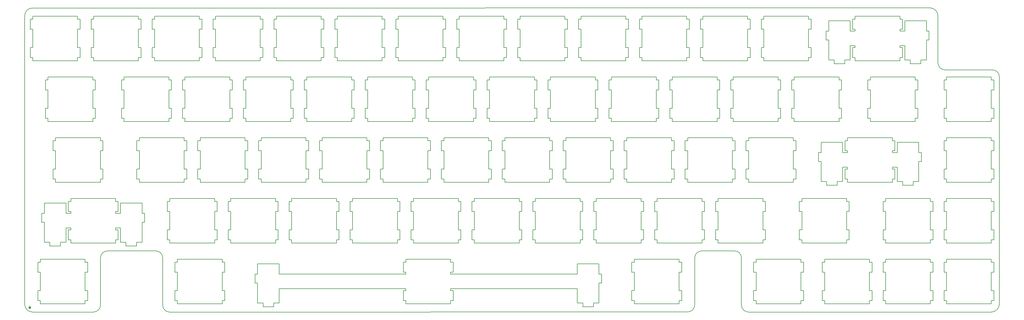
<source format=gbr>
%TF.GenerationSoftware,KiCad,Pcbnew,(6.0.1)*%
%TF.CreationDate,2022-09-05T19:19:42-05:00*%
%TF.ProjectId,Switch Plate,53776974-6368-4205-906c-6174652e6b69,rev?*%
%TF.SameCoordinates,Original*%
%TF.FileFunction,Copper,L1,Top*%
%TF.FilePolarity,Positive*%
%FSLAX46Y46*%
G04 Gerber Fmt 4.6, Leading zero omitted, Abs format (unit mm)*
G04 Created by KiCad (PCBNEW (6.0.1)) date 2022-09-05 19:19:42*
%MOMM*%
%LPD*%
G01*
G04 APERTURE LIST*
%TA.AperFunction,Profile*%
%ADD10C,0.189000*%
%TD*%
%TA.AperFunction,Profile*%
%ADD11C,0.188976*%
%TD*%
%TA.AperFunction,ViaPad*%
%ADD12C,0.800000*%
%TD*%
G04 APERTURE END LIST*
D10*
X307213000Y-100330000D02*
G75*
G03*
X309750356Y-98041356I8J2550861D01*
G01*
X229130757Y-98041356D02*
G75*
G03*
X231394000Y-100330000I2264022J-24490D01*
G01*
X229130755Y-83309356D02*
G75*
G03*
X226971756Y-81150356I-2158999J1D01*
G01*
X229130756Y-98041356D02*
X229130756Y-83309356D01*
X216684756Y-81150357D02*
G75*
G03*
X214525756Y-83309356I-1J-2158999D01*
G01*
X216684756Y-81150356D02*
X226971756Y-81150356D01*
X212343985Y-100280669D02*
G75*
G03*
X214525755Y-98041356I-56468J2237527D01*
G01*
X214525755Y-98041356D02*
X214525756Y-83309356D01*
D11*
X212343985Y-100280670D02*
X50317400Y-100330000D01*
D10*
X48158398Y-98038712D02*
G75*
G03*
X50317400Y-100330000I2159116J-128360D01*
G01*
X48155755Y-83309356D02*
G75*
G03*
X45996756Y-81150356I-2158999J1D01*
G01*
X48155756Y-83309356D02*
X48158400Y-98038712D01*
X30883756Y-81150357D02*
G75*
G03*
X28724756Y-83309356I-1J-2158999D01*
G01*
X30883756Y-81150356D02*
X45996756Y-81150356D01*
X26543000Y-100324988D02*
G75*
G03*
X28724755Y-98041356I-101878J2281360D01*
G01*
X28724756Y-98041356D02*
X28724756Y-83309356D01*
D11*
X26543000Y-100324989D02*
X7493000Y-100330000D01*
D10*
X5001001Y-98044000D02*
G75*
G03*
X7493000Y-100330000I2491181J214389D01*
G01*
X7493000Y-5001001D02*
G75*
G03*
X5001000Y-7493000I-120154J-2371846D01*
G01*
X290601401Y-22219712D02*
G75*
G03*
X292760400Y-24378712I2158999J-1D01*
G01*
X290598754Y-7490356D02*
G75*
G03*
X288290000Y-4953000I-2594711J-41890D01*
G01*
X290601400Y-22219712D02*
X290598756Y-7490356D01*
X309775755Y-26540356D02*
G75*
G03*
X307616756Y-24381356I-2158999J1D01*
G01*
X307616756Y-24381356D02*
X292760400Y-24378712D01*
D11*
X250126007Y-7526000D02*
X236126007Y-7526000D01*
X250126007Y-7526000D02*
X250126007Y-7526000D01*
X250126007Y-8526000D02*
X250126007Y-7526000D01*
X250126007Y-8526000D02*
X250126007Y-8526000D01*
X250925995Y-8526000D02*
X250126007Y-8526000D01*
X250925995Y-8526000D02*
X250925995Y-8526000D01*
X250925995Y-11626000D02*
X250925995Y-8526000D01*
X250925995Y-11626000D02*
X250925995Y-11626000D01*
X250126007Y-11626000D02*
X250925995Y-11626000D01*
X250126007Y-11626000D02*
X250126007Y-11626000D01*
X250126007Y-17426001D02*
X250126007Y-11626000D01*
X250126007Y-17426001D02*
X250126007Y-17426001D01*
X250925995Y-17426001D02*
X250126007Y-17426001D01*
X250925995Y-17426001D02*
X250925995Y-17426001D01*
X250925995Y-20525999D02*
X250925995Y-17426001D01*
X250925995Y-20525999D02*
X250925995Y-20525999D01*
X250126007Y-20525999D02*
X250925995Y-20525999D01*
X250126007Y-20525999D02*
X250126007Y-20525999D01*
X250126007Y-21525999D02*
X250126007Y-20525999D01*
X250126007Y-21525999D02*
X250126007Y-21525999D01*
X236126007Y-21525999D02*
X250126007Y-21525999D01*
X236126007Y-21525999D02*
X236126007Y-21525999D01*
X236126007Y-20525999D02*
X236126007Y-21525999D01*
X236126007Y-20525999D02*
X236126007Y-20525999D01*
X235326004Y-20525999D02*
X236126007Y-20525999D01*
X235326004Y-20525999D02*
X235326004Y-20525999D01*
X235326004Y-17426001D02*
X235326004Y-20525999D01*
X235326004Y-17426001D02*
X235326004Y-17426001D01*
X236126007Y-17426001D02*
X235326004Y-17426001D01*
X236126007Y-17426001D02*
X236126007Y-17426001D01*
X236126007Y-11626000D02*
X236126007Y-17426001D01*
X236126007Y-11626000D02*
X236126007Y-11626000D01*
X235326004Y-11626000D02*
X236126007Y-11626000D01*
X235326004Y-11626000D02*
X235326004Y-11626000D01*
X235326004Y-8526000D02*
X235326004Y-11626000D01*
X235326004Y-8526000D02*
X235326004Y-8526000D01*
X236126007Y-8526000D02*
X235326004Y-8526000D01*
X236126007Y-8526000D02*
X236126007Y-8526000D01*
X236126007Y-7526000D02*
X236126007Y-8526000D01*
X231076004Y-7526000D02*
X217076004Y-7526000D01*
X231076004Y-7526000D02*
X231076004Y-7526000D01*
X231076004Y-8526000D02*
X231076004Y-7526000D01*
X231076004Y-8526000D02*
X231076004Y-8526000D01*
X231876007Y-8526000D02*
X231076004Y-8526000D01*
X231876007Y-8526000D02*
X231876007Y-8526000D01*
X231876007Y-11626000D02*
X231876007Y-8526000D01*
X231876007Y-11626000D02*
X231876007Y-11626000D01*
X231076004Y-11626000D02*
X231876007Y-11626000D01*
X231076004Y-11626000D02*
X231076004Y-11626000D01*
X231076004Y-17426001D02*
X231076004Y-11626000D01*
X231076004Y-17426001D02*
X231076004Y-17426001D01*
X231876007Y-17426001D02*
X231076004Y-17426001D01*
X231876007Y-17426001D02*
X231876007Y-17426001D01*
X231876007Y-20525999D02*
X231876007Y-17426001D01*
X231876007Y-20525999D02*
X231876007Y-20525999D01*
X231076004Y-20525999D02*
X231876007Y-20525999D01*
X231076004Y-20525999D02*
X231076004Y-20525999D01*
X231076004Y-21525999D02*
X231076004Y-20525999D01*
X231076004Y-21525999D02*
X231076004Y-21525999D01*
X217076004Y-21525999D02*
X231076004Y-21525999D01*
X217076004Y-21525999D02*
X217076004Y-21525999D01*
X217076004Y-20525999D02*
X217076004Y-21525999D01*
X217076004Y-20525999D02*
X217076004Y-20525999D01*
X216276001Y-20525999D02*
X217076004Y-20525999D01*
X216276001Y-20525999D02*
X216276001Y-20525999D01*
X216276001Y-17426001D02*
X216276001Y-20525999D01*
X216276001Y-17426001D02*
X216276001Y-17426001D01*
X217076004Y-17426001D02*
X216276001Y-17426001D01*
X217076004Y-17426001D02*
X217076004Y-17426001D01*
X217076004Y-11626000D02*
X217076004Y-17426001D01*
X217076004Y-11626000D02*
X217076004Y-11626000D01*
X216276001Y-11626000D02*
X217076004Y-11626000D01*
X216276001Y-11626000D02*
X216276001Y-11626000D01*
X216276001Y-8526000D02*
X216276001Y-11626000D01*
X216276001Y-8526000D02*
X216276001Y-8526000D01*
X217076004Y-8526000D02*
X216276001Y-8526000D01*
X217076004Y-8526000D02*
X217076004Y-8526000D01*
X217076004Y-7526000D02*
X217076004Y-8526000D01*
X212026001Y-7526000D02*
X198026001Y-7526000D01*
X212026001Y-7526000D02*
X212026001Y-7526000D01*
X212026001Y-8526000D02*
X212026001Y-7526000D01*
X212026001Y-8526000D02*
X212026001Y-8526000D01*
X212826004Y-8526000D02*
X212026001Y-8526000D01*
X212826004Y-8526000D02*
X212826004Y-8526000D01*
X212826004Y-11626000D02*
X212826004Y-8526000D01*
X212826004Y-11626000D02*
X212826004Y-11626000D01*
X212026001Y-11626000D02*
X212826004Y-11626000D01*
X212026001Y-11626000D02*
X212026001Y-11626000D01*
X212026001Y-17426001D02*
X212026001Y-11626000D01*
X212026001Y-17426001D02*
X212026001Y-17426001D01*
X212826004Y-17426001D02*
X212026001Y-17426001D01*
X212826004Y-17426001D02*
X212826004Y-17426001D01*
X212826004Y-20525999D02*
X212826004Y-17426001D01*
X212826004Y-20525999D02*
X212826004Y-20525999D01*
X212026001Y-20525999D02*
X212826004Y-20525999D01*
X212026001Y-20525999D02*
X212026001Y-20525999D01*
X212026001Y-21525999D02*
X212026001Y-20525999D01*
X212026001Y-21525999D02*
X212026001Y-21525999D01*
X198026001Y-21525999D02*
X212026001Y-21525999D01*
X198026001Y-21525999D02*
X198026001Y-21525999D01*
X198026001Y-20525999D02*
X198026001Y-21525999D01*
X198026001Y-20525999D02*
X198026001Y-20525999D01*
X197225998Y-20525999D02*
X198026001Y-20525999D01*
X197225998Y-20525999D02*
X197225998Y-20525999D01*
X197225998Y-17426001D02*
X197225998Y-20525999D01*
X197225998Y-17426001D02*
X197225998Y-17426001D01*
X198026001Y-17426001D02*
X197225998Y-17426001D01*
X198026001Y-17426001D02*
X198026001Y-17426001D01*
X198026001Y-11626000D02*
X198026001Y-17426001D01*
X198026001Y-11626000D02*
X198026001Y-11626000D01*
X197225998Y-11626000D02*
X198026001Y-11626000D01*
X197225998Y-11626000D02*
X197225998Y-11626000D01*
X197225998Y-8526000D02*
X197225998Y-11626000D01*
X197225998Y-8526000D02*
X197225998Y-8526000D01*
X198026001Y-8526000D02*
X197225998Y-8526000D01*
X198026001Y-8526000D02*
X198026001Y-8526000D01*
X198026001Y-7526000D02*
X198026001Y-8526000D01*
X192975998Y-7526000D02*
X178975998Y-7526000D01*
X192975998Y-7526000D02*
X192975998Y-7526000D01*
X192975998Y-8526000D02*
X192975998Y-7526000D01*
X192975998Y-8526000D02*
X192975998Y-8526000D01*
X193776001Y-8526000D02*
X192975998Y-8526000D01*
X193776001Y-8526000D02*
X193776001Y-8526000D01*
X193776001Y-11626000D02*
X193776001Y-8526000D01*
X193776001Y-11626000D02*
X193776001Y-11626000D01*
X192975998Y-11626000D02*
X193776001Y-11626000D01*
X192975998Y-11626000D02*
X192975998Y-11626000D01*
X192975998Y-17426001D02*
X192975998Y-11626000D01*
X192975998Y-17426001D02*
X192975998Y-17426001D01*
X193776001Y-17426001D02*
X192975998Y-17426001D01*
X193776001Y-17426001D02*
X193776001Y-17426001D01*
X193776001Y-20525999D02*
X193776001Y-17426001D01*
X193776001Y-20525999D02*
X193776001Y-20525999D01*
X192975998Y-20525999D02*
X193776001Y-20525999D01*
X192975998Y-20525999D02*
X192975998Y-20525999D01*
X192975998Y-21525999D02*
X192975998Y-20525999D01*
X192975998Y-21525999D02*
X192975998Y-21525999D01*
X178975998Y-21525999D02*
X192975998Y-21525999D01*
X178975998Y-21525999D02*
X178975998Y-21525999D01*
X178975998Y-20525999D02*
X178975998Y-21525999D01*
X178975998Y-20525999D02*
X178975998Y-20525999D01*
X178175995Y-20525999D02*
X178975998Y-20525999D01*
X178175995Y-20525999D02*
X178175995Y-20525999D01*
X178175995Y-17426001D02*
X178175995Y-20525999D01*
X178175995Y-17426001D02*
X178175995Y-17426001D01*
X178975998Y-17426001D02*
X178175995Y-17426001D01*
X178975998Y-17426001D02*
X178975998Y-17426001D01*
X178975998Y-11626000D02*
X178975998Y-17426001D01*
X178975998Y-11626000D02*
X178975998Y-11626000D01*
X178175995Y-11626000D02*
X178975998Y-11626000D01*
X178175995Y-11626000D02*
X178175995Y-11626000D01*
X178175995Y-8526000D02*
X178175995Y-11626000D01*
X178175995Y-8526000D02*
X178175995Y-8526000D01*
X178975998Y-8526000D02*
X178175995Y-8526000D01*
X178975998Y-8526000D02*
X178975998Y-8526000D01*
X178975998Y-7526000D02*
X178975998Y-8526000D01*
X173925995Y-7526000D02*
X159925995Y-7526000D01*
X173925995Y-7526000D02*
X173925995Y-7526000D01*
X173925995Y-8526000D02*
X173925995Y-7526000D01*
X173925995Y-8526000D02*
X173925995Y-8526000D01*
X174725998Y-8526000D02*
X173925995Y-8526000D01*
X174725998Y-8526000D02*
X174725998Y-8526000D01*
X174725998Y-11626000D02*
X174725998Y-8526000D01*
X174725998Y-11626000D02*
X174725998Y-11626000D01*
X173925995Y-11626000D02*
X174725998Y-11626000D01*
X173925995Y-11626000D02*
X173925995Y-11626000D01*
X173925995Y-17426001D02*
X173925995Y-11626000D01*
X173925995Y-17426001D02*
X173925995Y-17426001D01*
X174725998Y-17426001D02*
X173925995Y-17426001D01*
X174725998Y-17426001D02*
X174725998Y-17426001D01*
X174725998Y-20525999D02*
X174725998Y-17426001D01*
X174725998Y-20525999D02*
X174725998Y-20525999D01*
X173925995Y-20525999D02*
X174725998Y-20525999D01*
X173925995Y-20525999D02*
X173925995Y-20525999D01*
X173925995Y-21525999D02*
X173925995Y-20525999D01*
X173925995Y-21525999D02*
X173925995Y-21525999D01*
X159925995Y-21525999D02*
X173925995Y-21525999D01*
X159925995Y-21525999D02*
X159925995Y-21525999D01*
X159925995Y-20525999D02*
X159925995Y-21525999D01*
X159925995Y-20525999D02*
X159925995Y-20525999D01*
X159126007Y-20525999D02*
X159925995Y-20525999D01*
X159126007Y-20525999D02*
X159126007Y-20525999D01*
X159126007Y-17426001D02*
X159126007Y-20525999D01*
X159126007Y-17426001D02*
X159126007Y-17426001D01*
X159925995Y-17426001D02*
X159126007Y-17426001D01*
X159925995Y-17426001D02*
X159925995Y-17426001D01*
X159925995Y-11626000D02*
X159925995Y-17426001D01*
X159925995Y-11626000D02*
X159925995Y-11626000D01*
X159126007Y-11626000D02*
X159925995Y-11626000D01*
X159126007Y-11626000D02*
X159126007Y-11626000D01*
X159126007Y-8526000D02*
X159126007Y-11626000D01*
X159126007Y-8526000D02*
X159126007Y-8526000D01*
X159925995Y-8526000D02*
X159126007Y-8526000D01*
X159925995Y-8526000D02*
X159925995Y-8526000D01*
X159925995Y-7526000D02*
X159925995Y-8526000D01*
X154876007Y-7526000D02*
X140876007Y-7526000D01*
X154876007Y-7526000D02*
X154876007Y-7526000D01*
X154876007Y-8526000D02*
X154876007Y-7526000D01*
X154876007Y-8526000D02*
X154876007Y-8526000D01*
X155675995Y-8526000D02*
X154876007Y-8526000D01*
X155675995Y-8526000D02*
X155675995Y-8526000D01*
X155675995Y-11626000D02*
X155675995Y-8526000D01*
X155675995Y-11626000D02*
X155675995Y-11626000D01*
X154876007Y-11626000D02*
X155675995Y-11626000D01*
X154876007Y-11626000D02*
X154876007Y-11626000D01*
X154876007Y-17426001D02*
X154876007Y-11626000D01*
X154876007Y-17426001D02*
X154876007Y-17426001D01*
X155675995Y-17426001D02*
X154876007Y-17426001D01*
X155675995Y-17426001D02*
X155675995Y-17426001D01*
X155675995Y-20525999D02*
X155675995Y-17426001D01*
X155675995Y-20525999D02*
X155675995Y-20525999D01*
X154876007Y-20525999D02*
X155675995Y-20525999D01*
X154876007Y-20525999D02*
X154876007Y-20525999D01*
X154876007Y-21525999D02*
X154876007Y-20525999D01*
X154876007Y-21525999D02*
X154876007Y-21525999D01*
X140876007Y-21525999D02*
X154876007Y-21525999D01*
X140876007Y-21525999D02*
X140876007Y-21525999D01*
X140876007Y-20525999D02*
X140876007Y-21525999D01*
X140876007Y-20525999D02*
X140876007Y-20525999D01*
X140076004Y-20525999D02*
X140876007Y-20525999D01*
X140076004Y-20525999D02*
X140076004Y-20525999D01*
X140076004Y-17426001D02*
X140076004Y-20525999D01*
X140076004Y-17426001D02*
X140076004Y-17426001D01*
X140876007Y-17426001D02*
X140076004Y-17426001D01*
X140876007Y-17426001D02*
X140876007Y-17426001D01*
X140876007Y-11626000D02*
X140876007Y-17426001D01*
X140876007Y-11626000D02*
X140876007Y-11626000D01*
X140076004Y-11626000D02*
X140876007Y-11626000D01*
X140076004Y-11626000D02*
X140076004Y-11626000D01*
X140076004Y-8526000D02*
X140076004Y-11626000D01*
X140076004Y-8526000D02*
X140076004Y-8526000D01*
X140876007Y-8526000D02*
X140076004Y-8526000D01*
X140876007Y-8526000D02*
X140876007Y-8526000D01*
X140876007Y-7526000D02*
X140876007Y-8526000D01*
X135826004Y-7526000D02*
X121824997Y-7526000D01*
X135826004Y-7526000D02*
X135826004Y-7526000D01*
X135826004Y-8526000D02*
X135826004Y-7526000D01*
X135826004Y-8526000D02*
X135826004Y-8526000D01*
X136626007Y-8526000D02*
X135826004Y-8526000D01*
X136626007Y-8526000D02*
X136626007Y-8526000D01*
X136626007Y-11626000D02*
X136626007Y-8526000D01*
X136626007Y-11626000D02*
X136626007Y-11626000D01*
X135826004Y-11626000D02*
X136626007Y-11626000D01*
X135826004Y-11626000D02*
X135826004Y-11626000D01*
X135826004Y-17426001D02*
X135826004Y-11626000D01*
X135826004Y-17426001D02*
X135826004Y-17426001D01*
X136626007Y-17426001D02*
X135826004Y-17426001D01*
X136626007Y-17426001D02*
X136626007Y-17426001D01*
X136626007Y-20525999D02*
X136626007Y-17426001D01*
X136626007Y-20525999D02*
X136626007Y-20525999D01*
X135826004Y-20525999D02*
X136626007Y-20525999D01*
X135826004Y-20525999D02*
X135826004Y-20525999D01*
X135826004Y-21525999D02*
X135826004Y-20525999D01*
X135826004Y-21525999D02*
X135826004Y-21525999D01*
X121824997Y-21525999D02*
X135826004Y-21525999D01*
X121824997Y-21525999D02*
X121824997Y-21525999D01*
X121824997Y-20525999D02*
X121824997Y-21525999D01*
X121824997Y-20525999D02*
X121824997Y-20525999D01*
X121025002Y-20525999D02*
X121824997Y-20525999D01*
X121025002Y-20525999D02*
X121025002Y-20525999D01*
X121025002Y-17426001D02*
X121025002Y-20525999D01*
X121025002Y-17426001D02*
X121025002Y-17426001D01*
X121824997Y-17426001D02*
X121025002Y-17426001D01*
X121824997Y-17426001D02*
X121824997Y-17426001D01*
X121824997Y-11626000D02*
X121824997Y-17426001D01*
X121824997Y-11626000D02*
X121824997Y-11626000D01*
X121025002Y-11626000D02*
X121824997Y-11626000D01*
X121025002Y-11626000D02*
X121025002Y-11626000D01*
X121025002Y-8526000D02*
X121025002Y-11626000D01*
X121025002Y-8526000D02*
X121025002Y-8526000D01*
X121824997Y-8526000D02*
X121025002Y-8526000D01*
X121824997Y-8526000D02*
X121824997Y-8526000D01*
X121824997Y-7526000D02*
X121824997Y-8526000D01*
X116775002Y-7526000D02*
X102775002Y-7526000D01*
X116775002Y-7526000D02*
X116775002Y-7526000D01*
X116775002Y-8526000D02*
X116775002Y-7526000D01*
X116775002Y-8526000D02*
X116775002Y-8526000D01*
X117574997Y-8526000D02*
X116775002Y-8526000D01*
X117574997Y-8526000D02*
X117574997Y-8526000D01*
X117574997Y-11626000D02*
X117574997Y-8526000D01*
X117574997Y-11626000D02*
X117574997Y-11626000D01*
X116775002Y-11626000D02*
X117574997Y-11626000D01*
X116775002Y-11626000D02*
X116775002Y-11626000D01*
X116775002Y-17426001D02*
X116775002Y-11626000D01*
X116775002Y-17426001D02*
X116775002Y-17426001D01*
X117574997Y-17426001D02*
X116775002Y-17426001D01*
X117574997Y-17426001D02*
X117574997Y-17426001D01*
X117574997Y-20525999D02*
X117574997Y-17426001D01*
X117574997Y-20525999D02*
X117574997Y-20525999D01*
X116775002Y-20525999D02*
X117574997Y-20525999D01*
X116775002Y-20525999D02*
X116775002Y-20525999D01*
X116775002Y-21525999D02*
X116775002Y-20525999D01*
X116775002Y-21525999D02*
X116775002Y-21525999D01*
X102775002Y-21525999D02*
X116775002Y-21525999D01*
X102775002Y-21525999D02*
X102775002Y-21525999D01*
X102775002Y-20525999D02*
X102775002Y-21525999D01*
X102775002Y-20525999D02*
X102775002Y-20525999D01*
X101975998Y-20525999D02*
X102775002Y-20525999D01*
X101975998Y-20525999D02*
X101975998Y-20525999D01*
X101975998Y-17426001D02*
X101975998Y-20525999D01*
X101975998Y-17426001D02*
X101975998Y-17426001D01*
X102775002Y-17426001D02*
X101975998Y-17426001D01*
X102775002Y-17426001D02*
X102775002Y-17426001D01*
X102775002Y-11626000D02*
X102775002Y-17426001D01*
X102775002Y-11626000D02*
X102775002Y-11626000D01*
X101975998Y-11626000D02*
X102775002Y-11626000D01*
X101975998Y-11626000D02*
X101975998Y-11626000D01*
X101975998Y-8526000D02*
X101975998Y-11626000D01*
X101975998Y-8526000D02*
X101975998Y-8526000D01*
X102775002Y-8526000D02*
X101975998Y-8526000D01*
X102775002Y-8526000D02*
X102775002Y-8526000D01*
X102775002Y-7526000D02*
X102775002Y-8526000D01*
X97725998Y-7526000D02*
X83725998Y-7526000D01*
X97725998Y-7526000D02*
X97725998Y-7526000D01*
X97725998Y-8526000D02*
X97725998Y-7526000D01*
X97725998Y-8526000D02*
X97725998Y-8526000D01*
X98525002Y-8526000D02*
X97725998Y-8526000D01*
X98525002Y-8526000D02*
X98525002Y-8526000D01*
X98525002Y-11626000D02*
X98525002Y-8526000D01*
X98525002Y-11626000D02*
X98525002Y-11626000D01*
X97725998Y-11626000D02*
X98525002Y-11626000D01*
X97725998Y-11626000D02*
X97725998Y-11626000D01*
X97725998Y-17426001D02*
X97725998Y-11626000D01*
X97725998Y-17426001D02*
X97725998Y-17426001D01*
X98525002Y-17426001D02*
X97725998Y-17426001D01*
X98525002Y-17426001D02*
X98525002Y-17426001D01*
X98525002Y-20525999D02*
X98525002Y-17426001D01*
X98525002Y-20525999D02*
X98525002Y-20525999D01*
X97725998Y-20525999D02*
X98525002Y-20525999D01*
X97725998Y-20525999D02*
X97725998Y-20525999D01*
X97725998Y-21525999D02*
X97725998Y-20525999D01*
X97725998Y-21525999D02*
X97725998Y-21525999D01*
X83725998Y-21525999D02*
X97725998Y-21525999D01*
X83725998Y-21525999D02*
X83725998Y-21525999D01*
X83725998Y-20525999D02*
X83725998Y-21525999D01*
X83725998Y-20525999D02*
X83725998Y-20525999D01*
X82926003Y-20525999D02*
X83725998Y-20525999D01*
X82926003Y-20525999D02*
X82926003Y-20525999D01*
X82926003Y-17426001D02*
X82926003Y-20525999D01*
X82926003Y-17426001D02*
X82926003Y-17426001D01*
X83725998Y-17426001D02*
X82926003Y-17426001D01*
X83725998Y-17426001D02*
X83725998Y-17426001D01*
X83725998Y-11626000D02*
X83725998Y-17426001D01*
X83725998Y-11626000D02*
X83725998Y-11626000D01*
X82926003Y-11626000D02*
X83725998Y-11626000D01*
X82926003Y-11626000D02*
X82926003Y-11626000D01*
X82926003Y-8526000D02*
X82926003Y-11626000D01*
X82926003Y-8526000D02*
X82926003Y-8526000D01*
X83725998Y-8526000D02*
X82926003Y-8526000D01*
X83725998Y-8526000D02*
X83725998Y-8526000D01*
X83725998Y-7526000D02*
X83725998Y-8526000D01*
X78676003Y-7526000D02*
X64676003Y-7526000D01*
X78676003Y-7526000D02*
X78676003Y-7526000D01*
X78676003Y-8526000D02*
X78676003Y-7526000D01*
X78676003Y-8526000D02*
X78676003Y-8526000D01*
X79475998Y-8526000D02*
X78676003Y-8526000D01*
X79475998Y-8526000D02*
X79475998Y-8526000D01*
X79475998Y-11626000D02*
X79475998Y-8526000D01*
X79475998Y-11626000D02*
X79475998Y-11626000D01*
X78676003Y-11626000D02*
X79475998Y-11626000D01*
X78676003Y-11626000D02*
X78676003Y-11626000D01*
X78676003Y-17426001D02*
X78676003Y-11626000D01*
X78676003Y-17426001D02*
X78676003Y-17426001D01*
X79475998Y-17426001D02*
X78676003Y-17426001D01*
X79475998Y-17426001D02*
X79475998Y-17426001D01*
X79475998Y-20525999D02*
X79475998Y-17426001D01*
X79475998Y-20525999D02*
X79475998Y-20525999D01*
X78676003Y-20525999D02*
X79475998Y-20525999D01*
X78676003Y-20525999D02*
X78676003Y-20525999D01*
X78676003Y-21525999D02*
X78676003Y-20525999D01*
X78676003Y-21525999D02*
X78676003Y-21525999D01*
X64676003Y-21525999D02*
X78676003Y-21525999D01*
X64676003Y-21525999D02*
X64676003Y-21525999D01*
X64676003Y-20525999D02*
X64676003Y-21525999D01*
X64676003Y-20525999D02*
X64676003Y-20525999D01*
X63875999Y-20525999D02*
X64676003Y-20525999D01*
X63875999Y-20525999D02*
X63875999Y-20525999D01*
X63875999Y-17426001D02*
X63875999Y-20525999D01*
X63875999Y-17426001D02*
X63875999Y-17426001D01*
X64676003Y-17426001D02*
X63875999Y-17426001D01*
X64676003Y-17426001D02*
X64676003Y-17426001D01*
X64676003Y-11626000D02*
X64676003Y-17426001D01*
X64676003Y-11626000D02*
X64676003Y-11626000D01*
X63875999Y-11626000D02*
X64676003Y-11626000D01*
X63875999Y-11626000D02*
X63875999Y-11626000D01*
X63875999Y-8526000D02*
X63875999Y-11626000D01*
X63875999Y-8526000D02*
X63875999Y-8526000D01*
X64676003Y-8526000D02*
X63875999Y-8526000D01*
X64676003Y-8526000D02*
X64676003Y-8526000D01*
X64676003Y-7526000D02*
X64676003Y-8526000D01*
X59625999Y-7526000D02*
X45625999Y-7526000D01*
X59625999Y-7526000D02*
X59625999Y-7526000D01*
X59625999Y-8526000D02*
X59625999Y-7526000D01*
X59625999Y-8526000D02*
X59625999Y-8526000D01*
X60425999Y-8526000D02*
X59625999Y-8526000D01*
X60425999Y-8526000D02*
X60425999Y-8526000D01*
X60425999Y-11626000D02*
X60425999Y-8526000D01*
X60425999Y-11626000D02*
X60425999Y-11626000D01*
X59625999Y-11626000D02*
X60425999Y-11626000D01*
X59625999Y-11626000D02*
X59625999Y-11626000D01*
X59625999Y-17426001D02*
X59625999Y-11626000D01*
X59625999Y-17426001D02*
X59625999Y-17426001D01*
X60425999Y-17426001D02*
X59625999Y-17426001D01*
X60425999Y-17426001D02*
X60425999Y-17426001D01*
X60425999Y-20525999D02*
X60425999Y-17426001D01*
X60425999Y-20525999D02*
X60425999Y-20525999D01*
X59625999Y-20525999D02*
X60425999Y-20525999D01*
X59625999Y-20525999D02*
X59625999Y-20525999D01*
X59625999Y-21525999D02*
X59625999Y-20525999D01*
X59625999Y-21525999D02*
X59625999Y-21525999D01*
X45625999Y-21525999D02*
X59625999Y-21525999D01*
X45625999Y-21525999D02*
X45625999Y-21525999D01*
X45625999Y-20525999D02*
X45625999Y-21525999D01*
X45625999Y-20525999D02*
X45625999Y-20525999D01*
X44826000Y-20525999D02*
X45625999Y-20525999D01*
X44826000Y-20525999D02*
X44826000Y-20525999D01*
X44826000Y-17426001D02*
X44826000Y-20525999D01*
X44826000Y-17426001D02*
X44826000Y-17426001D01*
X45625999Y-17426001D02*
X44826000Y-17426001D01*
X45625999Y-17426001D02*
X45625999Y-17426001D01*
X45625999Y-11626000D02*
X45625999Y-17426001D01*
X45625999Y-11626000D02*
X45625999Y-11626000D01*
X44826000Y-11626000D02*
X45625999Y-11626000D01*
X44826000Y-11626000D02*
X44826000Y-11626000D01*
X44826000Y-8526000D02*
X44826000Y-11626000D01*
X44826000Y-8526000D02*
X44826000Y-8526000D01*
X45625999Y-8526000D02*
X44826000Y-8526000D01*
X45625999Y-8526000D02*
X45625999Y-8526000D01*
X45625999Y-7526000D02*
X45625999Y-8526000D01*
X40576000Y-7526000D02*
X26576000Y-7526000D01*
X40576000Y-7526000D02*
X40576000Y-7526000D01*
X40576000Y-8526000D02*
X40576000Y-7526000D01*
X40576000Y-8526000D02*
X40576000Y-8526000D01*
X41375999Y-8526000D02*
X40576000Y-8526000D01*
X41375999Y-8526000D02*
X41375999Y-8526000D01*
X41375999Y-11626000D02*
X41375999Y-8526000D01*
X41375999Y-11626000D02*
X41375999Y-11626000D01*
X40576000Y-11626000D02*
X41375999Y-11626000D01*
X40576000Y-11626000D02*
X40576000Y-11626000D01*
X40576000Y-17426001D02*
X40576000Y-11626000D01*
X40576000Y-17426001D02*
X40576000Y-17426001D01*
X41375999Y-17426001D02*
X40576000Y-17426001D01*
X41375999Y-17426001D02*
X41375999Y-17426001D01*
X41375999Y-20525999D02*
X41375999Y-17426001D01*
X41375999Y-20525999D02*
X41375999Y-20525999D01*
X40576000Y-20525999D02*
X41375999Y-20525999D01*
X40576000Y-20525999D02*
X40576000Y-20525999D01*
X40576000Y-21525999D02*
X40576000Y-20525999D01*
X40576000Y-21525999D02*
X40576000Y-21525999D01*
X26576000Y-21525999D02*
X40576000Y-21525999D01*
X26576000Y-21525999D02*
X26576000Y-21525999D01*
X26576000Y-20525999D02*
X26576000Y-21525999D01*
X26576000Y-20525999D02*
X26576000Y-20525999D01*
X25775999Y-20525999D02*
X26576000Y-20525999D01*
X25775999Y-20525999D02*
X25775999Y-20525999D01*
X25775999Y-17426001D02*
X25775999Y-20525999D01*
X25775999Y-17426001D02*
X25775999Y-17426001D01*
X26576000Y-17426001D02*
X25775999Y-17426001D01*
X26576000Y-17426001D02*
X26576000Y-17426001D01*
X26576000Y-11626000D02*
X26576000Y-17426001D01*
X26576000Y-11626000D02*
X26576000Y-11626000D01*
X25775999Y-11626000D02*
X26576000Y-11626000D01*
X25775999Y-11626000D02*
X25775999Y-11626000D01*
X25775999Y-8526000D02*
X25775999Y-11626000D01*
X25775999Y-8526000D02*
X25775999Y-8526000D01*
X26576000Y-8526000D02*
X25775999Y-8526000D01*
X26576000Y-8526000D02*
X26576000Y-8526000D01*
X26576000Y-7526000D02*
X26576000Y-8526000D01*
X21525999Y-7526000D02*
X7526000Y-7526000D01*
X21525999Y-7526000D02*
X21525999Y-7526000D01*
X21525999Y-8526000D02*
X21525999Y-7526000D01*
X21525999Y-8526000D02*
X21525999Y-8526000D01*
X22326000Y-8526000D02*
X21525999Y-8526000D01*
X22326000Y-8526000D02*
X22326000Y-8526000D01*
X22326000Y-11626000D02*
X22326000Y-8526000D01*
X22326000Y-11626000D02*
X22326000Y-11626000D01*
X21525999Y-11626000D02*
X22326000Y-11626000D01*
X21525999Y-11626000D02*
X21525999Y-11626000D01*
X21525999Y-17426001D02*
X21525999Y-11626000D01*
X21525999Y-17426001D02*
X21525999Y-17426001D01*
X22326000Y-17426001D02*
X21525999Y-17426001D01*
X22326000Y-17426001D02*
X22326000Y-17426001D01*
X22326000Y-20525999D02*
X22326000Y-17426001D01*
X22326000Y-20525999D02*
X22326000Y-20525999D01*
X21525999Y-20525999D02*
X22326000Y-20525999D01*
X21525999Y-20525999D02*
X21525999Y-20525999D01*
X21525999Y-21525999D02*
X21525999Y-20525999D01*
X21525999Y-21525999D02*
X21525999Y-21525999D01*
X7526000Y-21525999D02*
X21525999Y-21525999D01*
X7526000Y-21525999D02*
X7526000Y-21525999D01*
X7526000Y-20525999D02*
X7526000Y-21525999D01*
X7526000Y-20525999D02*
X7526000Y-20525999D01*
X6726000Y-20525999D02*
X7526000Y-20525999D01*
X6726000Y-20525999D02*
X6726000Y-20525999D01*
X6726000Y-17426001D02*
X6726000Y-20525999D01*
X6726000Y-17426001D02*
X6726000Y-17426001D01*
X7526000Y-17426001D02*
X6726000Y-17426001D01*
X7526000Y-17426001D02*
X7526000Y-17426001D01*
X7526000Y-11626000D02*
X7526000Y-17426001D01*
X7526000Y-11626000D02*
X7526000Y-11626000D01*
X6726000Y-11626000D02*
X7526000Y-11626000D01*
X6726000Y-11626000D02*
X6726000Y-11626000D01*
X6726000Y-8526000D02*
X6726000Y-11626000D01*
X6726000Y-8526000D02*
X6726000Y-8526000D01*
X7526000Y-8526000D02*
X6726000Y-8526000D01*
X7526000Y-8526000D02*
X7526000Y-8526000D01*
X7526000Y-7526000D02*
X7526000Y-8526000D01*
X278700989Y-7526000D02*
X264700989Y-7526000D01*
X278700989Y-7526000D02*
X278700989Y-7526000D01*
X278700989Y-8526000D02*
X278700989Y-7526000D01*
X278700989Y-8526000D02*
X278700989Y-8526000D01*
X279501007Y-8526000D02*
X278700989Y-8526000D01*
X279501007Y-8526000D02*
X279501007Y-8526000D01*
X279501007Y-11626000D02*
X279501007Y-8526000D01*
X279501007Y-11626000D02*
X279501007Y-11626000D01*
X278700989Y-11626000D02*
X279501007Y-11626000D01*
X278700989Y-11626000D02*
X278700989Y-11626000D01*
X278700989Y-12226000D02*
X278700989Y-11626000D01*
X278700989Y-12226000D02*
X278700989Y-12226000D01*
X280226013Y-12226000D02*
X278700989Y-12226000D01*
X280226013Y-12226000D02*
X280226013Y-12226000D01*
X280226013Y-8996000D02*
X280226013Y-12226000D01*
X280226013Y-8996000D02*
X280226013Y-8996000D01*
X286976013Y-8996000D02*
X280226013Y-8996000D01*
X286976013Y-8996000D02*
X286976013Y-8996000D01*
X286976013Y-12226000D02*
X286976013Y-8996000D01*
X286976013Y-12226000D02*
X286976013Y-12226000D01*
X287800995Y-12226000D02*
X286976013Y-12226000D01*
X287800995Y-12226000D02*
X287800995Y-12226000D01*
X287800995Y-15026000D02*
X287800995Y-12226000D01*
X287800995Y-15026000D02*
X287800995Y-15026000D01*
X286976013Y-15026000D02*
X287800995Y-15026000D01*
X286976013Y-15026000D02*
X286976013Y-15026000D01*
X286976013Y-21296000D02*
X286976013Y-15026000D01*
X286976013Y-21296000D02*
X286976013Y-21296000D01*
X285251007Y-21296000D02*
X286976013Y-21296000D01*
X285251007Y-21296000D02*
X285251007Y-21296000D01*
X285251007Y-22496000D02*
X285251007Y-21296000D01*
X285251007Y-22496000D02*
X285251007Y-22496000D01*
X281950989Y-22496000D02*
X285251007Y-22496000D01*
X281950989Y-22496000D02*
X281950989Y-22496000D01*
X281950989Y-21296000D02*
X281950989Y-22496000D01*
X281950989Y-21296000D02*
X281950989Y-21296000D01*
X280226013Y-21296000D02*
X281950989Y-21296000D01*
X280226013Y-21296000D02*
X280226013Y-21296000D01*
X280226013Y-16826000D02*
X280226013Y-21296000D01*
X280226013Y-16826000D02*
X280226013Y-16826000D01*
X278700989Y-16826000D02*
X280226013Y-16826000D01*
X278700989Y-16826000D02*
X278700989Y-16826000D01*
X278700989Y-17426001D02*
X278700989Y-16826000D01*
X278700989Y-17426001D02*
X278700989Y-17426001D01*
X279501007Y-17426001D02*
X278700989Y-17426001D01*
X279501007Y-17426001D02*
X279501007Y-17426001D01*
X279501007Y-20525999D02*
X279501007Y-17426001D01*
X279501007Y-20525999D02*
X279501007Y-20525999D01*
X278700989Y-20525999D02*
X279501007Y-20525999D01*
X278700989Y-20525999D02*
X278700989Y-20525999D01*
X278700989Y-21525999D02*
X278700989Y-20525999D01*
X278700989Y-21525999D02*
X278700989Y-21525999D01*
X264700989Y-21525999D02*
X278700989Y-21525999D01*
X264700989Y-21525999D02*
X264700989Y-21525999D01*
X264700989Y-20525999D02*
X264700989Y-21525999D01*
X264700989Y-20525999D02*
X264700989Y-20525999D01*
X263901001Y-20525999D02*
X264700989Y-20525999D01*
X263901001Y-20525999D02*
X263901001Y-20525999D01*
X263901001Y-17426001D02*
X263901001Y-20525999D01*
X263901001Y-17426001D02*
X263901001Y-17426001D01*
X264700989Y-17426001D02*
X263901001Y-17426001D01*
X264700989Y-17426001D02*
X264700989Y-17426001D01*
X264700989Y-16826000D02*
X264700989Y-17426001D01*
X264700989Y-16826000D02*
X264700989Y-16826000D01*
X263175995Y-16826000D02*
X264700989Y-16826000D01*
X263175995Y-16826000D02*
X263175995Y-16826000D01*
X263175995Y-21296000D02*
X263175995Y-16826000D01*
X263175995Y-21296000D02*
X263175995Y-21296000D01*
X261450989Y-21296000D02*
X263175995Y-21296000D01*
X261450989Y-21296000D02*
X261450989Y-21296000D01*
X261450989Y-22496000D02*
X261450989Y-21296000D01*
X261450989Y-22496000D02*
X261450989Y-22496000D01*
X258149994Y-22496000D02*
X261450989Y-22496000D01*
X258149994Y-22496000D02*
X258149994Y-22496000D01*
X258149994Y-21296000D02*
X258149994Y-22496000D01*
X258149994Y-21296000D02*
X258149994Y-21296000D01*
X256425995Y-21296000D02*
X258149994Y-21296000D01*
X256425995Y-21296000D02*
X256425995Y-21296000D01*
X256425995Y-15026000D02*
X256425995Y-21296000D01*
X256425995Y-15026000D02*
X256425995Y-15026000D01*
X255600998Y-15026000D02*
X256425995Y-15026000D01*
X255600998Y-15026000D02*
X255600998Y-15026000D01*
X255600998Y-12226000D02*
X255600998Y-15026000D01*
X255600998Y-12226000D02*
X255600998Y-12226000D01*
X256425995Y-12226000D02*
X255600998Y-12226000D01*
X256425995Y-12226000D02*
X256425995Y-12226000D01*
X256425995Y-8996000D02*
X256425995Y-12226000D01*
X256425995Y-8996000D02*
X256425995Y-8996000D01*
X263175995Y-8996000D02*
X256425995Y-8996000D01*
X263175995Y-8996000D02*
X263175995Y-8996000D01*
X263175995Y-12226000D02*
X263175995Y-8996000D01*
X263175995Y-12226000D02*
X263175995Y-12226000D01*
X264700989Y-12226000D02*
X263175995Y-12226000D01*
X264700989Y-12226000D02*
X264700989Y-12226000D01*
X264700989Y-11626000D02*
X264700989Y-12226000D01*
X264700989Y-11626000D02*
X264700989Y-11626000D01*
X263901001Y-11626000D02*
X264700989Y-11626000D01*
X263901001Y-11626000D02*
X263901001Y-11626000D01*
X263901001Y-8526000D02*
X263901001Y-11626000D01*
X263901001Y-8526000D02*
X263901001Y-8526000D01*
X264700989Y-8526000D02*
X263901001Y-8526000D01*
X264700989Y-8526000D02*
X264700989Y-8526000D01*
X264700989Y-7526000D02*
X264700989Y-8526000D01*
X307276001Y-26576000D02*
X293276001Y-26576000D01*
X307276001Y-26576000D02*
X307276001Y-26576000D01*
X307276001Y-27576000D02*
X307276001Y-26576000D01*
X307276001Y-27576000D02*
X307276001Y-27576000D01*
X308075989Y-27576000D02*
X307276001Y-27576000D01*
X308075989Y-27576000D02*
X308075989Y-27576000D01*
X308075989Y-30676001D02*
X308075989Y-27576000D01*
X308075989Y-30676001D02*
X308075989Y-30676001D01*
X307276001Y-30676001D02*
X308075989Y-30676001D01*
X307276001Y-30676001D02*
X307276001Y-30676001D01*
X307276001Y-36476002D02*
X307276001Y-30676001D01*
X307276001Y-36476002D02*
X307276001Y-36476002D01*
X308075989Y-36476002D02*
X307276001Y-36476002D01*
X308075989Y-36476002D02*
X308075989Y-36476002D01*
X308075989Y-39576000D02*
X308075989Y-36476002D01*
X308075989Y-39576000D02*
X308075989Y-39576000D01*
X307276001Y-39576000D02*
X308075989Y-39576000D01*
X307276001Y-39576000D02*
X307276001Y-39576000D01*
X307276001Y-40576000D02*
X307276001Y-39576000D01*
X307276001Y-40576000D02*
X307276001Y-40576000D01*
X293276001Y-40576000D02*
X307276001Y-40576000D01*
X293276001Y-40576000D02*
X293276001Y-40576000D01*
X293276001Y-39576000D02*
X293276001Y-40576000D01*
X293276001Y-39576000D02*
X293276001Y-39576000D01*
X292476013Y-39576000D02*
X293276001Y-39576000D01*
X292476013Y-39576000D02*
X292476013Y-39576000D01*
X292476013Y-36476002D02*
X292476013Y-39576000D01*
X292476013Y-36476002D02*
X292476013Y-36476002D01*
X293276001Y-36476002D02*
X292476013Y-36476002D01*
X293276001Y-36476002D02*
X293276001Y-36476002D01*
X293276001Y-30676001D02*
X293276001Y-36476002D01*
X293276001Y-30676001D02*
X293276001Y-30676001D01*
X292476013Y-30676001D02*
X293276001Y-30676001D01*
X292476013Y-30676001D02*
X292476013Y-30676001D01*
X292476013Y-27576000D02*
X292476013Y-30676001D01*
X292476013Y-27576000D02*
X292476013Y-27576000D01*
X293276001Y-27576000D02*
X292476013Y-27576000D01*
X293276001Y-27576000D02*
X293276001Y-27576000D01*
X293276001Y-26576000D02*
X293276001Y-27576000D01*
X283463013Y-26576000D02*
X269463013Y-26576000D01*
X283463013Y-26576000D02*
X283463013Y-26576000D01*
X283463013Y-27576000D02*
X283463013Y-26576000D01*
X283463013Y-27576000D02*
X283463013Y-27576000D01*
X284263000Y-27576000D02*
X283463013Y-27576000D01*
X284263000Y-27576000D02*
X284263000Y-27576000D01*
X284263000Y-30676001D02*
X284263000Y-27576000D01*
X284263000Y-30676001D02*
X284263000Y-30676001D01*
X283463013Y-30676001D02*
X284263000Y-30676001D01*
X283463013Y-30676001D02*
X283463013Y-30676001D01*
X283463013Y-36476002D02*
X283463013Y-30676001D01*
X283463013Y-36476002D02*
X283463013Y-36476002D01*
X284263000Y-36476002D02*
X283463013Y-36476002D01*
X284263000Y-36476002D02*
X284263000Y-36476002D01*
X284263000Y-39576000D02*
X284263000Y-36476002D01*
X284263000Y-39576000D02*
X284263000Y-39576000D01*
X283463013Y-39576000D02*
X284263000Y-39576000D01*
X283463013Y-39576000D02*
X283463013Y-39576000D01*
X283463013Y-40576000D02*
X283463013Y-39576000D01*
X283463013Y-40576000D02*
X283463013Y-40576000D01*
X269463013Y-40576000D02*
X283463013Y-40576000D01*
X269463013Y-40576000D02*
X269463013Y-40576000D01*
X269463013Y-39576000D02*
X269463013Y-40576000D01*
X269463013Y-39576000D02*
X269463013Y-39576000D01*
X268662994Y-39576000D02*
X269463013Y-39576000D01*
X268662994Y-39576000D02*
X268662994Y-39576000D01*
X268662994Y-36476002D02*
X268662994Y-39576000D01*
X268662994Y-36476002D02*
X268662994Y-36476002D01*
X269463013Y-36476002D02*
X268662994Y-36476002D01*
X269463013Y-36476002D02*
X269463013Y-36476002D01*
X269463013Y-30676001D02*
X269463013Y-36476002D01*
X269463013Y-30676001D02*
X269463013Y-30676001D01*
X268662994Y-30676001D02*
X269463013Y-30676001D01*
X268662994Y-30676001D02*
X268662994Y-30676001D01*
X268662994Y-27576000D02*
X268662994Y-30676001D01*
X268662994Y-27576000D02*
X268662994Y-27576000D01*
X269463013Y-27576000D02*
X268662994Y-27576000D01*
X269463013Y-27576000D02*
X269463013Y-27576000D01*
X269463013Y-26576000D02*
X269463013Y-27576000D01*
X259649994Y-26576000D02*
X245651001Y-26576000D01*
X259649994Y-26576000D02*
X259649994Y-26576000D01*
X259649994Y-27576000D02*
X259649994Y-26576000D01*
X259649994Y-27576000D02*
X259649994Y-27576000D01*
X260450989Y-27576000D02*
X259649994Y-27576000D01*
X260450989Y-27576000D02*
X260450989Y-27576000D01*
X260450989Y-30676001D02*
X260450989Y-27576000D01*
X260450989Y-30676001D02*
X260450989Y-30676001D01*
X259649994Y-30676001D02*
X260450989Y-30676001D01*
X259649994Y-30676001D02*
X259649994Y-30676001D01*
X259649994Y-36476002D02*
X259649994Y-30676001D01*
X259649994Y-36476002D02*
X259649994Y-36476002D01*
X260450989Y-36476002D02*
X259649994Y-36476002D01*
X260450989Y-36476002D02*
X260450989Y-36476002D01*
X260450989Y-39576000D02*
X260450989Y-36476002D01*
X260450989Y-39576000D02*
X260450989Y-39576000D01*
X259649994Y-39576000D02*
X260450989Y-39576000D01*
X259649994Y-39576000D02*
X259649994Y-39576000D01*
X259649994Y-40576000D02*
X259649994Y-39576000D01*
X259649994Y-40576000D02*
X259649994Y-40576000D01*
X245651001Y-40576000D02*
X259649994Y-40576000D01*
X245651001Y-40576000D02*
X245651001Y-40576000D01*
X245651001Y-39576000D02*
X245651001Y-40576000D01*
X245651001Y-39576000D02*
X245651001Y-39576000D01*
X244850998Y-39576000D02*
X245651001Y-39576000D01*
X244850998Y-39576000D02*
X244850998Y-39576000D01*
X244850998Y-36476002D02*
X244850998Y-39576000D01*
X244850998Y-36476002D02*
X244850998Y-36476002D01*
X245651001Y-36476002D02*
X244850998Y-36476002D01*
X245651001Y-36476002D02*
X245651001Y-36476002D01*
X245651001Y-30676001D02*
X245651001Y-36476002D01*
X245651001Y-30676001D02*
X245651001Y-30676001D01*
X244850998Y-30676001D02*
X245651001Y-30676001D01*
X244850998Y-30676001D02*
X244850998Y-30676001D01*
X244850998Y-27576000D02*
X244850998Y-30676001D01*
X244850998Y-27576000D02*
X244850998Y-27576000D01*
X245651001Y-27576000D02*
X244850998Y-27576000D01*
X245651001Y-27576000D02*
X245651001Y-27576000D01*
X245651001Y-26576000D02*
X245651001Y-27576000D01*
X240600998Y-26576000D02*
X226600998Y-26576000D01*
X240600998Y-26576000D02*
X240600998Y-26576000D01*
X240600998Y-27576000D02*
X240600998Y-26576000D01*
X240600998Y-27576000D02*
X240600998Y-27576000D01*
X241401001Y-27576000D02*
X240600998Y-27576000D01*
X241401001Y-27576000D02*
X241401001Y-27576000D01*
X241401001Y-30676001D02*
X241401001Y-27576000D01*
X241401001Y-30676001D02*
X241401001Y-30676001D01*
X240600998Y-30676001D02*
X241401001Y-30676001D01*
X240600998Y-30676001D02*
X240600998Y-30676001D01*
X240600998Y-36476002D02*
X240600998Y-30676001D01*
X240600998Y-36476002D02*
X240600998Y-36476002D01*
X241401001Y-36476002D02*
X240600998Y-36476002D01*
X241401001Y-36476002D02*
X241401001Y-36476002D01*
X241401001Y-39576000D02*
X241401001Y-36476002D01*
X241401001Y-39576000D02*
X241401001Y-39576000D01*
X240600998Y-39576000D02*
X241401001Y-39576000D01*
X240600998Y-39576000D02*
X240600998Y-39576000D01*
X240600998Y-40576000D02*
X240600998Y-39576000D01*
X240600998Y-40576000D02*
X240600998Y-40576000D01*
X226600998Y-40576000D02*
X240600998Y-40576000D01*
X226600998Y-40576000D02*
X226600998Y-40576000D01*
X226600998Y-39576000D02*
X226600998Y-40576000D01*
X226600998Y-39576000D02*
X226600998Y-39576000D01*
X225800995Y-39576000D02*
X226600998Y-39576000D01*
X225800995Y-39576000D02*
X225800995Y-39576000D01*
X225800995Y-36476002D02*
X225800995Y-39576000D01*
X225800995Y-36476002D02*
X225800995Y-36476002D01*
X226600998Y-36476002D02*
X225800995Y-36476002D01*
X226600998Y-36476002D02*
X226600998Y-36476002D01*
X226600998Y-30676001D02*
X226600998Y-36476002D01*
X226600998Y-30676001D02*
X226600998Y-30676001D01*
X225800995Y-30676001D02*
X226600998Y-30676001D01*
X225800995Y-30676001D02*
X225800995Y-30676001D01*
X225800995Y-27576000D02*
X225800995Y-30676001D01*
X225800995Y-27576000D02*
X225800995Y-27576000D01*
X226600998Y-27576000D02*
X225800995Y-27576000D01*
X226600998Y-27576000D02*
X226600998Y-27576000D01*
X226600998Y-26576000D02*
X226600998Y-27576000D01*
X221550995Y-26576000D02*
X207550995Y-26576000D01*
X221550995Y-26576000D02*
X221550995Y-26576000D01*
X221550995Y-27576000D02*
X221550995Y-26576000D01*
X221550995Y-27576000D02*
X221550995Y-27576000D01*
X222350998Y-27576000D02*
X221550995Y-27576000D01*
X222350998Y-27576000D02*
X222350998Y-27576000D01*
X222350998Y-30676001D02*
X222350998Y-27576000D01*
X222350998Y-30676001D02*
X222350998Y-30676001D01*
X221550995Y-30676001D02*
X222350998Y-30676001D01*
X221550995Y-30676001D02*
X221550995Y-30676001D01*
X221550995Y-36476002D02*
X221550995Y-30676001D01*
X221550995Y-36476002D02*
X221550995Y-36476002D01*
X222350998Y-36476002D02*
X221550995Y-36476002D01*
X222350998Y-36476002D02*
X222350998Y-36476002D01*
X222350998Y-39576000D02*
X222350998Y-36476002D01*
X222350998Y-39576000D02*
X222350998Y-39576000D01*
X221550995Y-39576000D02*
X222350998Y-39576000D01*
X221550995Y-39576000D02*
X221550995Y-39576000D01*
X221550995Y-40576000D02*
X221550995Y-39576000D01*
X221550995Y-40576000D02*
X221550995Y-40576000D01*
X207550995Y-40576000D02*
X221550995Y-40576000D01*
X207550995Y-40576000D02*
X207550995Y-40576000D01*
X207550995Y-39576000D02*
X207550995Y-40576000D01*
X207550995Y-39576000D02*
X207550995Y-39576000D01*
X206751007Y-39576000D02*
X207550995Y-39576000D01*
X206751007Y-39576000D02*
X206751007Y-39576000D01*
X206751007Y-36476002D02*
X206751007Y-39576000D01*
X206751007Y-36476002D02*
X206751007Y-36476002D01*
X207550995Y-36476002D02*
X206751007Y-36476002D01*
X207550995Y-36476002D02*
X207550995Y-36476002D01*
X207550995Y-30676001D02*
X207550995Y-36476002D01*
X207550995Y-30676001D02*
X207550995Y-30676001D01*
X206751007Y-30676001D02*
X207550995Y-30676001D01*
X206751007Y-30676001D02*
X206751007Y-30676001D01*
X206751007Y-27576000D02*
X206751007Y-30676001D01*
X206751007Y-27576000D02*
X206751007Y-27576000D01*
X207550995Y-27576000D02*
X206751007Y-27576000D01*
X207550995Y-27576000D02*
X207550995Y-27576000D01*
X207550995Y-26576000D02*
X207550995Y-27576000D01*
X202501007Y-26576000D02*
X188501007Y-26576000D01*
X202501007Y-26576000D02*
X202501007Y-26576000D01*
X202501007Y-27576000D02*
X202501007Y-26576000D01*
X202501007Y-27576000D02*
X202501007Y-27576000D01*
X203300995Y-27576000D02*
X202501007Y-27576000D01*
X203300995Y-27576000D02*
X203300995Y-27576000D01*
X203300995Y-30676001D02*
X203300995Y-27576000D01*
X203300995Y-30676001D02*
X203300995Y-30676001D01*
X202501007Y-30676001D02*
X203300995Y-30676001D01*
X202501007Y-30676001D02*
X202501007Y-30676001D01*
X202501007Y-36476002D02*
X202501007Y-30676001D01*
X202501007Y-36476002D02*
X202501007Y-36476002D01*
X203300995Y-36476002D02*
X202501007Y-36476002D01*
X203300995Y-36476002D02*
X203300995Y-36476002D01*
X203300995Y-39576000D02*
X203300995Y-36476002D01*
X203300995Y-39576000D02*
X203300995Y-39576000D01*
X202501007Y-39576000D02*
X203300995Y-39576000D01*
X202501007Y-39576000D02*
X202501007Y-39576000D01*
X202501007Y-40576000D02*
X202501007Y-39576000D01*
X202501007Y-40576000D02*
X202501007Y-40576000D01*
X188501007Y-40576000D02*
X202501007Y-40576000D01*
X188501007Y-40576000D02*
X188501007Y-40576000D01*
X188501007Y-39576000D02*
X188501007Y-40576000D01*
X188501007Y-39576000D02*
X188501007Y-39576000D01*
X187701004Y-39576000D02*
X188501007Y-39576000D01*
X187701004Y-39576000D02*
X187701004Y-39576000D01*
X187701004Y-36476002D02*
X187701004Y-39576000D01*
X187701004Y-36476002D02*
X187701004Y-36476002D01*
X188501007Y-36476002D02*
X187701004Y-36476002D01*
X188501007Y-36476002D02*
X188501007Y-36476002D01*
X188501007Y-30676001D02*
X188501007Y-36476002D01*
X188501007Y-30676001D02*
X188501007Y-30676001D01*
X187701004Y-30676001D02*
X188501007Y-30676001D01*
X187701004Y-30676001D02*
X187701004Y-30676001D01*
X187701004Y-27576000D02*
X187701004Y-30676001D01*
X187701004Y-27576000D02*
X187701004Y-27576000D01*
X188501007Y-27576000D02*
X187701004Y-27576000D01*
X188501007Y-27576000D02*
X188501007Y-27576000D01*
X188501007Y-26576000D02*
X188501007Y-27576000D01*
X183451004Y-26576000D02*
X169451004Y-26576000D01*
X183451004Y-26576000D02*
X183451004Y-26576000D01*
X183451004Y-27576000D02*
X183451004Y-26576000D01*
X183451004Y-27576000D02*
X183451004Y-27576000D01*
X184251007Y-27576000D02*
X183451004Y-27576000D01*
X184251007Y-27576000D02*
X184251007Y-27576000D01*
X184251007Y-30676001D02*
X184251007Y-27576000D01*
X184251007Y-30676001D02*
X184251007Y-30676001D01*
X183451004Y-30676001D02*
X184251007Y-30676001D01*
X183451004Y-30676001D02*
X183451004Y-30676001D01*
X183451004Y-36476002D02*
X183451004Y-30676001D01*
X183451004Y-36476002D02*
X183451004Y-36476002D01*
X184251007Y-36476002D02*
X183451004Y-36476002D01*
X184251007Y-36476002D02*
X184251007Y-36476002D01*
X184251007Y-39576000D02*
X184251007Y-36476002D01*
X184251007Y-39576000D02*
X184251007Y-39576000D01*
X183451004Y-39576000D02*
X184251007Y-39576000D01*
X183451004Y-39576000D02*
X183451004Y-39576000D01*
X183451004Y-40576000D02*
X183451004Y-39576000D01*
X183451004Y-40576000D02*
X183451004Y-40576000D01*
X169451004Y-40576000D02*
X183451004Y-40576000D01*
X169451004Y-40576000D02*
X169451004Y-40576000D01*
X169451004Y-39576000D02*
X169451004Y-40576000D01*
X169451004Y-39576000D02*
X169451004Y-39576000D01*
X168651001Y-39576000D02*
X169451004Y-39576000D01*
X168651001Y-39576000D02*
X168651001Y-39576000D01*
X168651001Y-36476002D02*
X168651001Y-39576000D01*
X168651001Y-36476002D02*
X168651001Y-36476002D01*
X169451004Y-36476002D02*
X168651001Y-36476002D01*
X169451004Y-36476002D02*
X169451004Y-36476002D01*
X169451004Y-30676001D02*
X169451004Y-36476002D01*
X169451004Y-30676001D02*
X169451004Y-30676001D01*
X168651001Y-30676001D02*
X169451004Y-30676001D01*
X168651001Y-30676001D02*
X168651001Y-30676001D01*
X168651001Y-27576000D02*
X168651001Y-30676001D01*
X168651001Y-27576000D02*
X168651001Y-27576000D01*
X169451004Y-27576000D02*
X168651001Y-27576000D01*
X169451004Y-27576000D02*
X169451004Y-27576000D01*
X169451004Y-26576000D02*
X169451004Y-27576000D01*
X164401001Y-26576000D02*
X150401001Y-26576000D01*
X164401001Y-26576000D02*
X164401001Y-26576000D01*
X164401001Y-27576000D02*
X164401001Y-26576000D01*
X164401001Y-27576000D02*
X164401001Y-27576000D01*
X165201004Y-27576000D02*
X164401001Y-27576000D01*
X165201004Y-27576000D02*
X165201004Y-27576000D01*
X165201004Y-30676001D02*
X165201004Y-27576000D01*
X165201004Y-30676001D02*
X165201004Y-30676001D01*
X164401001Y-30676001D02*
X165201004Y-30676001D01*
X164401001Y-30676001D02*
X164401001Y-30676001D01*
X164401001Y-36476002D02*
X164401001Y-30676001D01*
X164401001Y-36476002D02*
X164401001Y-36476002D01*
X165201004Y-36476002D02*
X164401001Y-36476002D01*
X165201004Y-36476002D02*
X165201004Y-36476002D01*
X165201004Y-39576000D02*
X165201004Y-36476002D01*
X165201004Y-39576000D02*
X165201004Y-39576000D01*
X164401001Y-39576000D02*
X165201004Y-39576000D01*
X164401001Y-39576000D02*
X164401001Y-39576000D01*
X164401001Y-40576000D02*
X164401001Y-39576000D01*
X164401001Y-40576000D02*
X164401001Y-40576000D01*
X150401001Y-40576000D02*
X164401001Y-40576000D01*
X150401001Y-40576000D02*
X150401001Y-40576000D01*
X150401001Y-39576000D02*
X150401001Y-40576000D01*
X150401001Y-39576000D02*
X150401001Y-39576000D01*
X149600998Y-39576000D02*
X150401001Y-39576000D01*
X149600998Y-39576000D02*
X149600998Y-39576000D01*
X149600998Y-36476002D02*
X149600998Y-39576000D01*
X149600998Y-36476002D02*
X149600998Y-36476002D01*
X150401001Y-36476002D02*
X149600998Y-36476002D01*
X150401001Y-36476002D02*
X150401001Y-36476002D01*
X150401001Y-30676001D02*
X150401001Y-36476002D01*
X150401001Y-30676001D02*
X150401001Y-30676001D01*
X149600998Y-30676001D02*
X150401001Y-30676001D01*
X149600998Y-30676001D02*
X149600998Y-30676001D01*
X149600998Y-27576000D02*
X149600998Y-30676001D01*
X149600998Y-27576000D02*
X149600998Y-27576000D01*
X150401001Y-27576000D02*
X149600998Y-27576000D01*
X150401001Y-27576000D02*
X150401001Y-27576000D01*
X150401001Y-26576000D02*
X150401001Y-27576000D01*
X145350998Y-26576000D02*
X131350998Y-26576000D01*
X145350998Y-26576000D02*
X145350998Y-26576000D01*
X145350998Y-27576000D02*
X145350998Y-26576000D01*
X145350998Y-27576000D02*
X145350998Y-27576000D01*
X146151001Y-27576000D02*
X145350998Y-27576000D01*
X146151001Y-27576000D02*
X146151001Y-27576000D01*
X146151001Y-30676001D02*
X146151001Y-27576000D01*
X146151001Y-30676001D02*
X146151001Y-30676001D01*
X145350998Y-30676001D02*
X146151001Y-30676001D01*
X145350998Y-30676001D02*
X145350998Y-30676001D01*
X145350998Y-36476002D02*
X145350998Y-30676001D01*
X145350998Y-36476002D02*
X145350998Y-36476002D01*
X146151001Y-36476002D02*
X145350998Y-36476002D01*
X146151001Y-36476002D02*
X146151001Y-36476002D01*
X146151001Y-39576000D02*
X146151001Y-36476002D01*
X146151001Y-39576000D02*
X146151001Y-39576000D01*
X145350998Y-39576000D02*
X146151001Y-39576000D01*
X145350998Y-39576000D02*
X145350998Y-39576000D01*
X145350998Y-40576000D02*
X145350998Y-39576000D01*
X145350998Y-40576000D02*
X145350998Y-40576000D01*
X131350998Y-40576000D02*
X145350998Y-40576000D01*
X131350998Y-40576000D02*
X131350998Y-40576000D01*
X131350998Y-39576000D02*
X131350998Y-40576000D01*
X131350998Y-39576000D02*
X131350998Y-39576000D01*
X130550003Y-39576000D02*
X131350998Y-39576000D01*
X130550003Y-39576000D02*
X130550003Y-39576000D01*
X130550003Y-36476002D02*
X130550003Y-39576000D01*
X130550003Y-36476002D02*
X130550003Y-36476002D01*
X131350998Y-36476002D02*
X130550003Y-36476002D01*
X131350998Y-36476002D02*
X131350998Y-36476002D01*
X131350998Y-30676001D02*
X131350998Y-36476002D01*
X131350998Y-30676001D02*
X131350998Y-30676001D01*
X130550003Y-30676001D02*
X131350998Y-30676001D01*
X130550003Y-30676001D02*
X130550003Y-30676001D01*
X130550003Y-27576000D02*
X130550003Y-30676001D01*
X130550003Y-27576000D02*
X130550003Y-27576000D01*
X131350998Y-27576000D02*
X130550003Y-27576000D01*
X131350998Y-27576000D02*
X131350998Y-27576000D01*
X131350998Y-26576000D02*
X131350998Y-27576000D01*
X126301003Y-26576000D02*
X112301003Y-26576000D01*
X126301003Y-26576000D02*
X126301003Y-26576000D01*
X126301003Y-27576000D02*
X126301003Y-26576000D01*
X126301003Y-27576000D02*
X126301003Y-27576000D01*
X127100998Y-27576000D02*
X126301003Y-27576000D01*
X127100998Y-27576000D02*
X127100998Y-27576000D01*
X127100998Y-30676001D02*
X127100998Y-27576000D01*
X127100998Y-30676001D02*
X127100998Y-30676001D01*
X126301003Y-30676001D02*
X127100998Y-30676001D01*
X126301003Y-30676001D02*
X126301003Y-30676001D01*
X126301003Y-36476002D02*
X126301003Y-30676001D01*
X126301003Y-36476002D02*
X126301003Y-36476002D01*
X127100998Y-36476002D02*
X126301003Y-36476002D01*
X127100998Y-36476002D02*
X127100998Y-36476002D01*
X127100998Y-39576000D02*
X127100998Y-36476002D01*
X127100998Y-39576000D02*
X127100998Y-39576000D01*
X126301003Y-39576000D02*
X127100998Y-39576000D01*
X126301003Y-39576000D02*
X126301003Y-39576000D01*
X126301003Y-40576000D02*
X126301003Y-39576000D01*
X126301003Y-40576000D02*
X126301003Y-40576000D01*
X112301003Y-40576000D02*
X126301003Y-40576000D01*
X112301003Y-40576000D02*
X112301003Y-40576000D01*
X112301003Y-39576000D02*
X112301003Y-40576000D01*
X112301003Y-39576000D02*
X112301003Y-39576000D01*
X111500999Y-39576000D02*
X112301003Y-39576000D01*
X111500999Y-39576000D02*
X111500999Y-39576000D01*
X111500999Y-36476002D02*
X111500999Y-39576000D01*
X111500999Y-36476002D02*
X111500999Y-36476002D01*
X112301003Y-36476002D02*
X111500999Y-36476002D01*
X112301003Y-36476002D02*
X112301003Y-36476002D01*
X112301003Y-30676001D02*
X112301003Y-36476002D01*
X112301003Y-30676001D02*
X112301003Y-30676001D01*
X111500999Y-30676001D02*
X112301003Y-30676001D01*
X111500999Y-30676001D02*
X111500999Y-30676001D01*
X111500999Y-27576000D02*
X111500999Y-30676001D01*
X111500999Y-27576000D02*
X111500999Y-27576000D01*
X112301003Y-27576000D02*
X111500999Y-27576000D01*
X112301003Y-27576000D02*
X112301003Y-27576000D01*
X112301003Y-26576000D02*
X112301003Y-27576000D01*
X107250999Y-26576000D02*
X93250999Y-26576000D01*
X107250999Y-26576000D02*
X107250999Y-26576000D01*
X107250999Y-27576000D02*
X107250999Y-26576000D01*
X107250999Y-27576000D02*
X107250999Y-27576000D01*
X108051003Y-27576000D02*
X107250999Y-27576000D01*
X108051003Y-27576000D02*
X108051003Y-27576000D01*
X108051003Y-30676001D02*
X108051003Y-27576000D01*
X108051003Y-30676001D02*
X108051003Y-30676001D01*
X107250999Y-30676001D02*
X108051003Y-30676001D01*
X107250999Y-30676001D02*
X107250999Y-30676001D01*
X107250999Y-36476002D02*
X107250999Y-30676001D01*
X107250999Y-36476002D02*
X107250999Y-36476002D01*
X108051003Y-36476002D02*
X107250999Y-36476002D01*
X108051003Y-36476002D02*
X108051003Y-36476002D01*
X108051003Y-39576000D02*
X108051003Y-36476002D01*
X108051003Y-39576000D02*
X108051003Y-39576000D01*
X107250999Y-39576000D02*
X108051003Y-39576000D01*
X107250999Y-39576000D02*
X107250999Y-39576000D01*
X107250999Y-40576000D02*
X107250999Y-39576000D01*
X107250999Y-40576000D02*
X107250999Y-40576000D01*
X93250999Y-40576000D02*
X107250999Y-40576000D01*
X93250999Y-40576000D02*
X93250999Y-40576000D01*
X93250999Y-39576000D02*
X93250999Y-40576000D01*
X93250999Y-39576000D02*
X93250999Y-39576000D01*
X92450996Y-39576000D02*
X93250999Y-39576000D01*
X92450996Y-39576000D02*
X92450996Y-39576000D01*
X92450996Y-36476002D02*
X92450996Y-39576000D01*
X92450996Y-36476002D02*
X92450996Y-36476002D01*
X93250999Y-36476002D02*
X92450996Y-36476002D01*
X93250999Y-36476002D02*
X93250999Y-36476002D01*
X93250999Y-30676001D02*
X93250999Y-36476002D01*
X93250999Y-30676001D02*
X93250999Y-30676001D01*
X92450996Y-30676001D02*
X93250999Y-30676001D01*
X92450996Y-30676001D02*
X92450996Y-30676001D01*
X92450996Y-27576000D02*
X92450996Y-30676001D01*
X92450996Y-27576000D02*
X92450996Y-27576000D01*
X93250999Y-27576000D02*
X92450996Y-27576000D01*
X93250999Y-27576000D02*
X93250999Y-27576000D01*
X93250999Y-26576000D02*
X93250999Y-27576000D01*
X88200996Y-26576000D02*
X74200996Y-26576000D01*
X88200996Y-26576000D02*
X88200996Y-26576000D01*
X88200996Y-27576000D02*
X88200996Y-26576000D01*
X88200996Y-27576000D02*
X88200996Y-27576000D01*
X89000999Y-27576000D02*
X88200996Y-27576000D01*
X89000999Y-27576000D02*
X89000999Y-27576000D01*
X89000999Y-30676001D02*
X89000999Y-27576000D01*
X89000999Y-30676001D02*
X89000999Y-30676001D01*
X88200996Y-30676001D02*
X89000999Y-30676001D01*
X88200996Y-30676001D02*
X88200996Y-30676001D01*
X88200996Y-36476002D02*
X88200996Y-30676001D01*
X88200996Y-36476002D02*
X88200996Y-36476002D01*
X89000999Y-36476002D02*
X88200996Y-36476002D01*
X89000999Y-36476002D02*
X89000999Y-36476002D01*
X89000999Y-39576000D02*
X89000999Y-36476002D01*
X89000999Y-39576000D02*
X89000999Y-39576000D01*
X88200996Y-39576000D02*
X89000999Y-39576000D01*
X88200996Y-39576000D02*
X88200996Y-39576000D01*
X88200996Y-40576000D02*
X88200996Y-39576000D01*
X88200996Y-40576000D02*
X88200996Y-40576000D01*
X74200996Y-40576000D02*
X88200996Y-40576000D01*
X74200996Y-40576000D02*
X74200996Y-40576000D01*
X74200996Y-39576000D02*
X74200996Y-40576000D01*
X74200996Y-39576000D02*
X74200996Y-39576000D01*
X73401001Y-39576000D02*
X74200996Y-39576000D01*
X73401001Y-39576000D02*
X73401001Y-39576000D01*
X73401001Y-36476002D02*
X73401001Y-39576000D01*
X73401001Y-36476002D02*
X73401001Y-36476002D01*
X74200996Y-36476002D02*
X73401001Y-36476002D01*
X74200996Y-36476002D02*
X74200996Y-36476002D01*
X74200996Y-30676001D02*
X74200996Y-36476002D01*
X74200996Y-30676001D02*
X74200996Y-30676001D01*
X73401001Y-30676001D02*
X74200996Y-30676001D01*
X73401001Y-30676001D02*
X73401001Y-30676001D01*
X73401001Y-27576000D02*
X73401001Y-30676001D01*
X73401001Y-27576000D02*
X73401001Y-27576000D01*
X74200996Y-27576000D02*
X73401001Y-27576000D01*
X74200996Y-27576000D02*
X74200996Y-27576000D01*
X74200996Y-26576000D02*
X74200996Y-27576000D01*
X69151001Y-26576000D02*
X55151001Y-26576000D01*
X69151001Y-26576000D02*
X69151001Y-26576000D01*
X69151001Y-27576000D02*
X69151001Y-26576000D01*
X69151001Y-27576000D02*
X69151001Y-27576000D01*
X69950996Y-27576000D02*
X69151001Y-27576000D01*
X69950996Y-27576000D02*
X69950996Y-27576000D01*
X69950996Y-30676001D02*
X69950996Y-27576000D01*
X69950996Y-30676001D02*
X69950996Y-30676001D01*
X69151001Y-30676001D02*
X69950996Y-30676001D01*
X69151001Y-30676001D02*
X69151001Y-30676001D01*
X69151001Y-36476002D02*
X69151001Y-30676001D01*
X69151001Y-36476002D02*
X69151001Y-36476002D01*
X69950996Y-36476002D02*
X69151001Y-36476002D01*
X69950996Y-36476002D02*
X69950996Y-36476002D01*
X69950996Y-39576000D02*
X69950996Y-36476002D01*
X69950996Y-39576000D02*
X69950996Y-39576000D01*
X69151001Y-39576000D02*
X69950996Y-39576000D01*
X69151001Y-39576000D02*
X69151001Y-39576000D01*
X69151001Y-40576000D02*
X69151001Y-39576000D01*
X69151001Y-40576000D02*
X69151001Y-40576000D01*
X55151001Y-40576000D02*
X69151001Y-40576000D01*
X55151001Y-40576000D02*
X55151001Y-40576000D01*
X55151001Y-39576000D02*
X55151001Y-40576000D01*
X55151001Y-39576000D02*
X55151001Y-39576000D01*
X54351002Y-39576000D02*
X55151001Y-39576000D01*
X54351002Y-39576000D02*
X54351002Y-39576000D01*
X54351002Y-36476002D02*
X54351002Y-39576000D01*
X54351002Y-36476002D02*
X54351002Y-36476002D01*
X55151001Y-36476002D02*
X54351002Y-36476002D01*
X55151001Y-36476002D02*
X55151001Y-36476002D01*
X55151001Y-30676001D02*
X55151001Y-36476002D01*
X55151001Y-30676001D02*
X55151001Y-30676001D01*
X54351002Y-30676001D02*
X55151001Y-30676001D01*
X54351002Y-30676001D02*
X54351002Y-30676001D01*
X54351002Y-27576000D02*
X54351002Y-30676001D01*
X54351002Y-27576000D02*
X54351002Y-27576000D01*
X55151001Y-27576000D02*
X54351002Y-27576000D01*
X55151001Y-27576000D02*
X55151001Y-27576000D01*
X55151001Y-26576000D02*
X55151001Y-27576000D01*
X50101002Y-26576000D02*
X36101002Y-26576000D01*
X50101002Y-26576000D02*
X50101002Y-26576000D01*
X50101002Y-27576000D02*
X50101002Y-26576000D01*
X50101002Y-27576000D02*
X50101002Y-27576000D01*
X50901001Y-27576000D02*
X50101002Y-27576000D01*
X50901001Y-27576000D02*
X50901001Y-27576000D01*
X50901001Y-30676001D02*
X50901001Y-27576000D01*
X50901001Y-30676001D02*
X50901001Y-30676001D01*
X50101002Y-30676001D02*
X50901001Y-30676001D01*
X50101002Y-30676001D02*
X50101002Y-30676001D01*
X50101002Y-36476002D02*
X50101002Y-30676001D01*
X50101002Y-36476002D02*
X50101002Y-36476002D01*
X50901001Y-36476002D02*
X50101002Y-36476002D01*
X50901001Y-36476002D02*
X50901001Y-36476002D01*
X50901001Y-39576000D02*
X50901001Y-36476002D01*
X50901001Y-39576000D02*
X50901001Y-39576000D01*
X50101002Y-39576000D02*
X50901001Y-39576000D01*
X50101002Y-39576000D02*
X50101002Y-39576000D01*
X50101002Y-40576000D02*
X50101002Y-39576000D01*
X50101002Y-40576000D02*
X50101002Y-40576000D01*
X36101002Y-40576000D02*
X50101002Y-40576000D01*
X36101002Y-40576000D02*
X36101002Y-40576000D01*
X36101002Y-39576000D02*
X36101002Y-40576000D01*
X36101002Y-39576000D02*
X36101002Y-39576000D01*
X35300999Y-39576000D02*
X36101002Y-39576000D01*
X35300999Y-39576000D02*
X35300999Y-39576000D01*
X35300999Y-36476002D02*
X35300999Y-39576000D01*
X35300999Y-36476002D02*
X35300999Y-36476002D01*
X36101002Y-36476002D02*
X35300999Y-36476002D01*
X36101002Y-36476002D02*
X36101002Y-36476002D01*
X36101002Y-30676001D02*
X36101002Y-36476002D01*
X36101002Y-30676001D02*
X36101002Y-30676001D01*
X35300999Y-30676001D02*
X36101002Y-30676001D01*
X35300999Y-30676001D02*
X35300999Y-30676001D01*
X35300999Y-27576000D02*
X35300999Y-30676001D01*
X35300999Y-27576000D02*
X35300999Y-27576000D01*
X36101002Y-27576000D02*
X35300999Y-27576000D01*
X36101002Y-27576000D02*
X36101002Y-27576000D01*
X36101002Y-26576000D02*
X36101002Y-27576000D01*
X26288000Y-26576000D02*
X12288000Y-26576000D01*
X26288000Y-26576000D02*
X26288000Y-26576000D01*
X26288000Y-27576000D02*
X26288000Y-26576000D01*
X26288000Y-27576000D02*
X26288000Y-27576000D01*
X27087999Y-27576000D02*
X26288000Y-27576000D01*
X27087999Y-27576000D02*
X27087999Y-27576000D01*
X27087999Y-30676001D02*
X27087999Y-27576000D01*
X27087999Y-30676001D02*
X27087999Y-30676001D01*
X26288000Y-30676001D02*
X27087999Y-30676001D01*
X26288000Y-30676001D02*
X26288000Y-30676001D01*
X26288000Y-36476002D02*
X26288000Y-30676001D01*
X26288000Y-36476002D02*
X26288000Y-36476002D01*
X27087999Y-36476002D02*
X26288000Y-36476002D01*
X27087999Y-36476002D02*
X27087999Y-36476002D01*
X27087999Y-39576000D02*
X27087999Y-36476002D01*
X27087999Y-39576000D02*
X27087999Y-39576000D01*
X26288000Y-39576000D02*
X27087999Y-39576000D01*
X26288000Y-39576000D02*
X26288000Y-39576000D01*
X26288000Y-40576000D02*
X26288000Y-39576000D01*
X26288000Y-40576000D02*
X26288000Y-40576000D01*
X12288000Y-40576000D02*
X26288000Y-40576000D01*
X12288000Y-40576000D02*
X12288000Y-40576000D01*
X12288000Y-39576000D02*
X12288000Y-40576000D01*
X12288000Y-39576000D02*
X12288000Y-39576000D01*
X11488000Y-39576000D02*
X12288000Y-39576000D01*
X11488000Y-39576000D02*
X11488000Y-39576000D01*
X11488000Y-36476002D02*
X11488000Y-39576000D01*
X11488000Y-36476002D02*
X11488000Y-36476002D01*
X12288000Y-36476002D02*
X11488000Y-36476002D01*
X12288000Y-36476002D02*
X12288000Y-36476002D01*
X12288000Y-30676001D02*
X12288000Y-36476002D01*
X12288000Y-30676001D02*
X12288000Y-30676001D01*
X11488000Y-30676001D02*
X12288000Y-30676001D01*
X11488000Y-30676001D02*
X11488000Y-30676001D01*
X11488000Y-27576000D02*
X11488000Y-30676001D01*
X11488000Y-27576000D02*
X11488000Y-27576000D01*
X12288000Y-27576000D02*
X11488000Y-27576000D01*
X12288000Y-27576000D02*
X12288000Y-27576000D01*
X12288000Y-26576000D02*
X12288000Y-27576000D01*
X307276001Y-45625999D02*
X293276001Y-45625999D01*
X307276001Y-45625999D02*
X307276001Y-45625999D01*
X307276001Y-46625999D02*
X307276001Y-45625999D01*
X307276001Y-46625999D02*
X307276001Y-46625999D01*
X308075989Y-46625999D02*
X307276001Y-46625999D01*
X308075989Y-46625999D02*
X308075989Y-46625999D01*
X308075989Y-49726002D02*
X308075989Y-46625999D01*
X308075989Y-49726002D02*
X308075989Y-49726002D01*
X307276001Y-49726002D02*
X308075989Y-49726002D01*
X307276001Y-49726002D02*
X307276001Y-49726002D01*
X307276001Y-55526001D02*
X307276001Y-49726002D01*
X307276001Y-55526001D02*
X307276001Y-55526001D01*
X308075989Y-55526001D02*
X307276001Y-55526001D01*
X308075989Y-55526001D02*
X308075989Y-55526001D01*
X308075989Y-58625999D02*
X308075989Y-55526001D01*
X308075989Y-58625999D02*
X308075989Y-58625999D01*
X307276001Y-58625999D02*
X308075989Y-58625999D01*
X307276001Y-58625999D02*
X307276001Y-58625999D01*
X307276001Y-59625999D02*
X307276001Y-58625999D01*
X307276001Y-59625999D02*
X307276001Y-59625999D01*
X293276001Y-59625999D02*
X307276001Y-59625999D01*
X293276001Y-59625999D02*
X293276001Y-59625999D01*
X293276001Y-58625999D02*
X293276001Y-59625999D01*
X293276001Y-58625999D02*
X293276001Y-58625999D01*
X292476013Y-58625999D02*
X293276001Y-58625999D01*
X292476013Y-58625999D02*
X292476013Y-58625999D01*
X292476013Y-55526001D02*
X292476013Y-58625999D01*
X292476013Y-55526001D02*
X292476013Y-55526001D01*
X293276001Y-55526001D02*
X292476013Y-55526001D01*
X293276001Y-55526001D02*
X293276001Y-55526001D01*
X293276001Y-49726002D02*
X293276001Y-55526001D01*
X293276001Y-49726002D02*
X293276001Y-49726002D01*
X292476013Y-49726002D02*
X293276001Y-49726002D01*
X292476013Y-49726002D02*
X292476013Y-49726002D01*
X292476013Y-46625999D02*
X292476013Y-49726002D01*
X292476013Y-46625999D02*
X292476013Y-46625999D01*
X293276001Y-46625999D02*
X292476013Y-46625999D01*
X293276001Y-46625999D02*
X293276001Y-46625999D01*
X293276001Y-45625999D02*
X293276001Y-46625999D01*
X245363007Y-45625999D02*
X231363007Y-45625999D01*
X245363007Y-45625999D02*
X245363007Y-45625999D01*
X245363007Y-46625999D02*
X245363007Y-45625999D01*
X245363007Y-46625999D02*
X245363007Y-46625999D01*
X246162994Y-46625999D02*
X245363007Y-46625999D01*
X246162994Y-46625999D02*
X246162994Y-46625999D01*
X246162994Y-49726002D02*
X246162994Y-46625999D01*
X246162994Y-49726002D02*
X246162994Y-49726002D01*
X245363007Y-49726002D02*
X246162994Y-49726002D01*
X245363007Y-49726002D02*
X245363007Y-49726002D01*
X245363007Y-55526001D02*
X245363007Y-49726002D01*
X245363007Y-55526001D02*
X245363007Y-55526001D01*
X246162994Y-55526001D02*
X245363007Y-55526001D01*
X246162994Y-55526001D02*
X246162994Y-55526001D01*
X246162994Y-58625999D02*
X246162994Y-55526001D01*
X246162994Y-58625999D02*
X246162994Y-58625999D01*
X245363007Y-58625999D02*
X246162994Y-58625999D01*
X245363007Y-58625999D02*
X245363007Y-58625999D01*
X245363007Y-59625999D02*
X245363007Y-58625999D01*
X245363007Y-59625999D02*
X245363007Y-59625999D01*
X231363007Y-59625999D02*
X245363007Y-59625999D01*
X231363007Y-59625999D02*
X231363007Y-59625999D01*
X231363007Y-58625999D02*
X231363007Y-59625999D01*
X231363007Y-58625999D02*
X231363007Y-58625999D01*
X230563004Y-58625999D02*
X231363007Y-58625999D01*
X230563004Y-58625999D02*
X230563004Y-58625999D01*
X230563004Y-55526001D02*
X230563004Y-58625999D01*
X230563004Y-55526001D02*
X230563004Y-55526001D01*
X231363007Y-55526001D02*
X230563004Y-55526001D01*
X231363007Y-55526001D02*
X231363007Y-55526001D01*
X231363007Y-49726002D02*
X231363007Y-55526001D01*
X231363007Y-49726002D02*
X231363007Y-49726002D01*
X230563004Y-49726002D02*
X231363007Y-49726002D01*
X230563004Y-49726002D02*
X230563004Y-49726002D01*
X230563004Y-46625999D02*
X230563004Y-49726002D01*
X230563004Y-46625999D02*
X230563004Y-46625999D01*
X231363007Y-46625999D02*
X230563004Y-46625999D01*
X231363007Y-46625999D02*
X231363007Y-46625999D01*
X231363007Y-45625999D02*
X231363007Y-46625999D01*
X226313004Y-45625999D02*
X212313004Y-45625999D01*
X226313004Y-45625999D02*
X226313004Y-45625999D01*
X226313004Y-46625999D02*
X226313004Y-45625999D01*
X226313004Y-46625999D02*
X226313004Y-46625999D01*
X227113007Y-46625999D02*
X226313004Y-46625999D01*
X227113007Y-46625999D02*
X227113007Y-46625999D01*
X227113007Y-49726002D02*
X227113007Y-46625999D01*
X227113007Y-49726002D02*
X227113007Y-49726002D01*
X226313004Y-49726002D02*
X227113007Y-49726002D01*
X226313004Y-49726002D02*
X226313004Y-49726002D01*
X226313004Y-55526001D02*
X226313004Y-49726002D01*
X226313004Y-55526001D02*
X226313004Y-55526001D01*
X227113007Y-55526001D02*
X226313004Y-55526001D01*
X227113007Y-55526001D02*
X227113007Y-55526001D01*
X227113007Y-58625999D02*
X227113007Y-55526001D01*
X227113007Y-58625999D02*
X227113007Y-58625999D01*
X226313004Y-58625999D02*
X227113007Y-58625999D01*
X226313004Y-58625999D02*
X226313004Y-58625999D01*
X226313004Y-59625999D02*
X226313004Y-58625999D01*
X226313004Y-59625999D02*
X226313004Y-59625999D01*
X212313004Y-59625999D02*
X226313004Y-59625999D01*
X212313004Y-59625999D02*
X212313004Y-59625999D01*
X212313004Y-58625999D02*
X212313004Y-59625999D01*
X212313004Y-58625999D02*
X212313004Y-58625999D01*
X211513000Y-58625999D02*
X212313004Y-58625999D01*
X211513000Y-58625999D02*
X211513000Y-58625999D01*
X211513000Y-55526001D02*
X211513000Y-58625999D01*
X211513000Y-55526001D02*
X211513000Y-55526001D01*
X212313004Y-55526001D02*
X211513000Y-55526001D01*
X212313004Y-55526001D02*
X212313004Y-55526001D01*
X212313004Y-49726002D02*
X212313004Y-55526001D01*
X212313004Y-49726002D02*
X212313004Y-49726002D01*
X211513000Y-49726002D02*
X212313004Y-49726002D01*
X211513000Y-49726002D02*
X211513000Y-49726002D01*
X211513000Y-46625999D02*
X211513000Y-49726002D01*
X211513000Y-46625999D02*
X211513000Y-46625999D01*
X212313004Y-46625999D02*
X211513000Y-46625999D01*
X212313004Y-46625999D02*
X212313004Y-46625999D01*
X212313004Y-45625999D02*
X212313004Y-46625999D01*
X207263000Y-45625999D02*
X193263000Y-45625999D01*
X207263000Y-45625999D02*
X207263000Y-45625999D01*
X207263000Y-46625999D02*
X207263000Y-45625999D01*
X207263000Y-46625999D02*
X207263000Y-46625999D01*
X208063004Y-46625999D02*
X207263000Y-46625999D01*
X208063004Y-46625999D02*
X208063004Y-46625999D01*
X208063004Y-49726002D02*
X208063004Y-46625999D01*
X208063004Y-49726002D02*
X208063004Y-49726002D01*
X207263000Y-49726002D02*
X208063004Y-49726002D01*
X207263000Y-49726002D02*
X207263000Y-49726002D01*
X207263000Y-55526001D02*
X207263000Y-49726002D01*
X207263000Y-55526001D02*
X207263000Y-55526001D01*
X208063004Y-55526001D02*
X207263000Y-55526001D01*
X208063004Y-55526001D02*
X208063004Y-55526001D01*
X208063004Y-58625999D02*
X208063004Y-55526001D01*
X208063004Y-58625999D02*
X208063004Y-58625999D01*
X207263000Y-58625999D02*
X208063004Y-58625999D01*
X207263000Y-58625999D02*
X207263000Y-58625999D01*
X207263000Y-59625999D02*
X207263000Y-58625999D01*
X207263000Y-59625999D02*
X207263000Y-59625999D01*
X193263000Y-59625999D02*
X207263000Y-59625999D01*
X193263000Y-59625999D02*
X193263000Y-59625999D01*
X193263000Y-58625999D02*
X193263000Y-59625999D01*
X193263000Y-58625999D02*
X193263000Y-58625999D01*
X192462997Y-58625999D02*
X193263000Y-58625999D01*
X192462997Y-58625999D02*
X192462997Y-58625999D01*
X192462997Y-55526001D02*
X192462997Y-58625999D01*
X192462997Y-55526001D02*
X192462997Y-55526001D01*
X193263000Y-55526001D02*
X192462997Y-55526001D01*
X193263000Y-55526001D02*
X193263000Y-55526001D01*
X193263000Y-49726002D02*
X193263000Y-55526001D01*
X193263000Y-49726002D02*
X193263000Y-49726002D01*
X192462997Y-49726002D02*
X193263000Y-49726002D01*
X192462997Y-49726002D02*
X192462997Y-49726002D01*
X192462997Y-46625999D02*
X192462997Y-49726002D01*
X192462997Y-46625999D02*
X192462997Y-46625999D01*
X193263000Y-46625999D02*
X192462997Y-46625999D01*
X193263000Y-46625999D02*
X193263000Y-46625999D01*
X193263000Y-45625999D02*
X193263000Y-46625999D01*
X188212997Y-45625999D02*
X174212997Y-45625999D01*
X188212997Y-45625999D02*
X188212997Y-45625999D01*
X188212997Y-46625999D02*
X188212997Y-45625999D01*
X188212997Y-46625999D02*
X188212997Y-46625999D01*
X189013000Y-46625999D02*
X188212997Y-46625999D01*
X189013000Y-46625999D02*
X189013000Y-46625999D01*
X189013000Y-49726002D02*
X189013000Y-46625999D01*
X189013000Y-49726002D02*
X189013000Y-49726002D01*
X188212997Y-49726002D02*
X189013000Y-49726002D01*
X188212997Y-49726002D02*
X188212997Y-49726002D01*
X188212997Y-55526001D02*
X188212997Y-49726002D01*
X188212997Y-55526001D02*
X188212997Y-55526001D01*
X189013000Y-55526001D02*
X188212997Y-55526001D01*
X189013000Y-55526001D02*
X189013000Y-55526001D01*
X189013000Y-58625999D02*
X189013000Y-55526001D01*
X189013000Y-58625999D02*
X189013000Y-58625999D01*
X188212997Y-58625999D02*
X189013000Y-58625999D01*
X188212997Y-58625999D02*
X188212997Y-58625999D01*
X188212997Y-59625999D02*
X188212997Y-58625999D01*
X188212997Y-59625999D02*
X188212997Y-59625999D01*
X174212997Y-59625999D02*
X188212997Y-59625999D01*
X174212997Y-59625999D02*
X174212997Y-59625999D01*
X174212997Y-58625999D02*
X174212997Y-59625999D01*
X174212997Y-58625999D02*
X174212997Y-58625999D01*
X173412994Y-58625999D02*
X174212997Y-58625999D01*
X173412994Y-58625999D02*
X173412994Y-58625999D01*
X173412994Y-55526001D02*
X173412994Y-58625999D01*
X173412994Y-55526001D02*
X173412994Y-55526001D01*
X174212997Y-55526001D02*
X173412994Y-55526001D01*
X174212997Y-55526001D02*
X174212997Y-55526001D01*
X174212997Y-49726002D02*
X174212997Y-55526001D01*
X174212997Y-49726002D02*
X174212997Y-49726002D01*
X173412994Y-49726002D02*
X174212997Y-49726002D01*
X173412994Y-49726002D02*
X173412994Y-49726002D01*
X173412994Y-46625999D02*
X173412994Y-49726002D01*
X173412994Y-46625999D02*
X173412994Y-46625999D01*
X174212997Y-46625999D02*
X173412994Y-46625999D01*
X174212997Y-46625999D02*
X174212997Y-46625999D01*
X174212997Y-45625999D02*
X174212997Y-46625999D01*
X169162994Y-45625999D02*
X155162994Y-45625999D01*
X169162994Y-45625999D02*
X169162994Y-45625999D01*
X169162994Y-46625999D02*
X169162994Y-45625999D01*
X169162994Y-46625999D02*
X169162994Y-46625999D01*
X169962997Y-46625999D02*
X169162994Y-46625999D01*
X169962997Y-46625999D02*
X169962997Y-46625999D01*
X169962997Y-49726002D02*
X169962997Y-46625999D01*
X169962997Y-49726002D02*
X169962997Y-49726002D01*
X169162994Y-49726002D02*
X169962997Y-49726002D01*
X169162994Y-49726002D02*
X169162994Y-49726002D01*
X169162994Y-55526001D02*
X169162994Y-49726002D01*
X169162994Y-55526001D02*
X169162994Y-55526001D01*
X169962997Y-55526001D02*
X169162994Y-55526001D01*
X169962997Y-55526001D02*
X169962997Y-55526001D01*
X169962997Y-58625999D02*
X169962997Y-55526001D01*
X169962997Y-58625999D02*
X169962997Y-58625999D01*
X169162994Y-58625999D02*
X169962997Y-58625999D01*
X169162994Y-58625999D02*
X169162994Y-58625999D01*
X169162994Y-59625999D02*
X169162994Y-58625999D01*
X169162994Y-59625999D02*
X169162994Y-59625999D01*
X155162994Y-59625999D02*
X169162994Y-59625999D01*
X155162994Y-59625999D02*
X155162994Y-59625999D01*
X155162994Y-58625999D02*
X155162994Y-59625999D01*
X155162994Y-58625999D02*
X155162994Y-58625999D01*
X154363007Y-58625999D02*
X155162994Y-58625999D01*
X154363007Y-58625999D02*
X154363007Y-58625999D01*
X154363007Y-55526001D02*
X154363007Y-58625999D01*
X154363007Y-55526001D02*
X154363007Y-55526001D01*
X155162994Y-55526001D02*
X154363007Y-55526001D01*
X155162994Y-55526001D02*
X155162994Y-55526001D01*
X155162994Y-49726002D02*
X155162994Y-55526001D01*
X155162994Y-49726002D02*
X155162994Y-49726002D01*
X154363007Y-49726002D02*
X155162994Y-49726002D01*
X154363007Y-49726002D02*
X154363007Y-49726002D01*
X154363007Y-46625999D02*
X154363007Y-49726002D01*
X154363007Y-46625999D02*
X154363007Y-46625999D01*
X155162994Y-46625999D02*
X154363007Y-46625999D01*
X155162994Y-46625999D02*
X155162994Y-46625999D01*
X155162994Y-45625999D02*
X155162994Y-46625999D01*
X150113007Y-45625999D02*
X136113007Y-45625999D01*
X150113007Y-45625999D02*
X150113007Y-45625999D01*
X150113007Y-46625999D02*
X150113007Y-45625999D01*
X150113007Y-46625999D02*
X150113007Y-46625999D01*
X150912994Y-46625999D02*
X150113007Y-46625999D01*
X150912994Y-46625999D02*
X150912994Y-46625999D01*
X150912994Y-49726002D02*
X150912994Y-46625999D01*
X150912994Y-49726002D02*
X150912994Y-49726002D01*
X150113007Y-49726002D02*
X150912994Y-49726002D01*
X150113007Y-49726002D02*
X150113007Y-49726002D01*
X150113007Y-55526001D02*
X150113007Y-49726002D01*
X150113007Y-55526001D02*
X150113007Y-55526001D01*
X150912994Y-55526001D02*
X150113007Y-55526001D01*
X150912994Y-55526001D02*
X150912994Y-55526001D01*
X150912994Y-58625999D02*
X150912994Y-55526001D01*
X150912994Y-58625999D02*
X150912994Y-58625999D01*
X150113007Y-58625999D02*
X150912994Y-58625999D01*
X150113007Y-58625999D02*
X150113007Y-58625999D01*
X150113007Y-59625999D02*
X150113007Y-58625999D01*
X150113007Y-59625999D02*
X150113007Y-59625999D01*
X136113007Y-59625999D02*
X150113007Y-59625999D01*
X136113007Y-59625999D02*
X136113007Y-59625999D01*
X136113007Y-58625999D02*
X136113007Y-59625999D01*
X136113007Y-58625999D02*
X136113007Y-58625999D01*
X135313004Y-58625999D02*
X136113007Y-58625999D01*
X135313004Y-58625999D02*
X135313004Y-58625999D01*
X135313004Y-55526001D02*
X135313004Y-58625999D01*
X135313004Y-55526001D02*
X135313004Y-55526001D01*
X136113007Y-55526001D02*
X135313004Y-55526001D01*
X136113007Y-55526001D02*
X136113007Y-55526001D01*
X136113007Y-49726002D02*
X136113007Y-55526001D01*
X136113007Y-49726002D02*
X136113007Y-49726002D01*
X135313004Y-49726002D02*
X136113007Y-49726002D01*
X135313004Y-49726002D02*
X135313004Y-49726002D01*
X135313004Y-46625999D02*
X135313004Y-49726002D01*
X135313004Y-46625999D02*
X135313004Y-46625999D01*
X136113007Y-46625999D02*
X135313004Y-46625999D01*
X136113007Y-46625999D02*
X136113007Y-46625999D01*
X136113007Y-45625999D02*
X136113007Y-46625999D01*
X131063004Y-45625999D02*
X117063004Y-45625999D01*
X131063004Y-45625999D02*
X131063004Y-45625999D01*
X131063004Y-46625999D02*
X131063004Y-45625999D01*
X131063004Y-46625999D02*
X131063004Y-46625999D01*
X131863007Y-46625999D02*
X131063004Y-46625999D01*
X131863007Y-46625999D02*
X131863007Y-46625999D01*
X131863007Y-49726002D02*
X131863007Y-46625999D01*
X131863007Y-49726002D02*
X131863007Y-49726002D01*
X131063004Y-49726002D02*
X131863007Y-49726002D01*
X131063004Y-49726002D02*
X131063004Y-49726002D01*
X131063004Y-55526001D02*
X131063004Y-49726002D01*
X131063004Y-55526001D02*
X131063004Y-55526001D01*
X131863007Y-55526001D02*
X131063004Y-55526001D01*
X131863007Y-55526001D02*
X131863007Y-55526001D01*
X131863007Y-58625999D02*
X131863007Y-55526001D01*
X131863007Y-58625999D02*
X131863007Y-58625999D01*
X131063004Y-58625999D02*
X131863007Y-58625999D01*
X131063004Y-58625999D02*
X131063004Y-58625999D01*
X131063004Y-59625999D02*
X131063004Y-58625999D01*
X131063004Y-59625999D02*
X131063004Y-59625999D01*
X117063004Y-59625999D02*
X131063004Y-59625999D01*
X117063004Y-59625999D02*
X117063004Y-59625999D01*
X117063004Y-58625999D02*
X117063004Y-59625999D01*
X117063004Y-58625999D02*
X117063004Y-58625999D01*
X116263000Y-58625999D02*
X117063004Y-58625999D01*
X116263000Y-58625999D02*
X116263000Y-58625999D01*
X116263000Y-55526001D02*
X116263000Y-58625999D01*
X116263000Y-55526001D02*
X116263000Y-55526001D01*
X117063004Y-55526001D02*
X116263000Y-55526001D01*
X117063004Y-55526001D02*
X117063004Y-55526001D01*
X117063004Y-49726002D02*
X117063004Y-55526001D01*
X117063004Y-49726002D02*
X117063004Y-49726002D01*
X116263000Y-49726002D02*
X117063004Y-49726002D01*
X116263000Y-49726002D02*
X116263000Y-49726002D01*
X116263000Y-46625999D02*
X116263000Y-49726002D01*
X116263000Y-46625999D02*
X116263000Y-46625999D01*
X117063004Y-46625999D02*
X116263000Y-46625999D01*
X117063004Y-46625999D02*
X117063004Y-46625999D01*
X117063004Y-45625999D02*
X117063004Y-46625999D01*
X112013000Y-45625999D02*
X98013000Y-45625999D01*
X112013000Y-45625999D02*
X112013000Y-45625999D01*
X112013000Y-46625999D02*
X112013000Y-45625999D01*
X112013000Y-46625999D02*
X112013000Y-46625999D01*
X112813004Y-46625999D02*
X112013000Y-46625999D01*
X112813004Y-46625999D02*
X112813004Y-46625999D01*
X112813004Y-49726002D02*
X112813004Y-46625999D01*
X112813004Y-49726002D02*
X112813004Y-49726002D01*
X112013000Y-49726002D02*
X112813004Y-49726002D01*
X112013000Y-49726002D02*
X112013000Y-49726002D01*
X112013000Y-55526001D02*
X112013000Y-49726002D01*
X112013000Y-55526001D02*
X112013000Y-55526001D01*
X112813004Y-55526001D02*
X112013000Y-55526001D01*
X112813004Y-55526001D02*
X112813004Y-55526001D01*
X112813004Y-58625999D02*
X112813004Y-55526001D01*
X112813004Y-58625999D02*
X112813004Y-58625999D01*
X112013000Y-58625999D02*
X112813004Y-58625999D01*
X112013000Y-58625999D02*
X112013000Y-58625999D01*
X112013000Y-59625999D02*
X112013000Y-58625999D01*
X112013000Y-59625999D02*
X112013000Y-59625999D01*
X98013000Y-59625999D02*
X112013000Y-59625999D01*
X98013000Y-59625999D02*
X98013000Y-59625999D01*
X98013000Y-58625999D02*
X98013000Y-59625999D01*
X98013000Y-58625999D02*
X98013000Y-58625999D01*
X97212997Y-58625999D02*
X98013000Y-58625999D01*
X97212997Y-58625999D02*
X97212997Y-58625999D01*
X97212997Y-55526001D02*
X97212997Y-58625999D01*
X97212997Y-55526001D02*
X97212997Y-55526001D01*
X98013000Y-55526001D02*
X97212997Y-55526001D01*
X98013000Y-55526001D02*
X98013000Y-55526001D01*
X98013000Y-49726002D02*
X98013000Y-55526001D01*
X98013000Y-49726002D02*
X98013000Y-49726002D01*
X97212997Y-49726002D02*
X98013000Y-49726002D01*
X97212997Y-49726002D02*
X97212997Y-49726002D01*
X97212997Y-46625999D02*
X97212997Y-49726002D01*
X97212997Y-46625999D02*
X97212997Y-46625999D01*
X98013000Y-46625999D02*
X97212997Y-46625999D01*
X98013000Y-46625999D02*
X98013000Y-46625999D01*
X98013000Y-45625999D02*
X98013000Y-46625999D01*
X92962997Y-45625999D02*
X78962997Y-45625999D01*
X92962997Y-45625999D02*
X92962997Y-45625999D01*
X92962997Y-46625999D02*
X92962997Y-45625999D01*
X92962997Y-46625999D02*
X92962997Y-46625999D01*
X93763000Y-46625999D02*
X92962997Y-46625999D01*
X93763000Y-46625999D02*
X93763000Y-46625999D01*
X93763000Y-49726002D02*
X93763000Y-46625999D01*
X93763000Y-49726002D02*
X93763000Y-49726002D01*
X92962997Y-49726002D02*
X93763000Y-49726002D01*
X92962997Y-49726002D02*
X92962997Y-49726002D01*
X92962997Y-55526001D02*
X92962997Y-49726002D01*
X92962997Y-55526001D02*
X92962997Y-55526001D01*
X93763000Y-55526001D02*
X92962997Y-55526001D01*
X93763000Y-55526001D02*
X93763000Y-55526001D01*
X93763000Y-58625999D02*
X93763000Y-55526001D01*
X93763000Y-58625999D02*
X93763000Y-58625999D01*
X92962997Y-58625999D02*
X93763000Y-58625999D01*
X92962997Y-58625999D02*
X92962997Y-58625999D01*
X92962997Y-59625999D02*
X92962997Y-58625999D01*
X92962997Y-59625999D02*
X92962997Y-59625999D01*
X78962997Y-59625999D02*
X92962997Y-59625999D01*
X78962997Y-59625999D02*
X78962997Y-59625999D01*
X78962997Y-58625999D02*
X78962997Y-59625999D01*
X78962997Y-58625999D02*
X78962997Y-58625999D01*
X78163002Y-58625999D02*
X78962997Y-58625999D01*
X78163002Y-58625999D02*
X78163002Y-58625999D01*
X78163002Y-55526001D02*
X78163002Y-58625999D01*
X78163002Y-55526001D02*
X78163002Y-55526001D01*
X78962997Y-55526001D02*
X78163002Y-55526001D01*
X78962997Y-55526001D02*
X78962997Y-55526001D01*
X78962997Y-49726002D02*
X78962997Y-55526001D01*
X78962997Y-49726002D02*
X78962997Y-49726002D01*
X78163002Y-49726002D02*
X78962997Y-49726002D01*
X78163002Y-49726002D02*
X78163002Y-49726002D01*
X78163002Y-46625999D02*
X78163002Y-49726002D01*
X78163002Y-46625999D02*
X78163002Y-46625999D01*
X78962997Y-46625999D02*
X78163002Y-46625999D01*
X78962997Y-46625999D02*
X78962997Y-46625999D01*
X78962997Y-45625999D02*
X78962997Y-46625999D01*
X73913002Y-45625999D02*
X59912998Y-45625999D01*
X73913002Y-45625999D02*
X73913002Y-45625999D01*
X73913002Y-46625999D02*
X73913002Y-45625999D01*
X73913002Y-46625999D02*
X73913002Y-46625999D01*
X74712997Y-46625999D02*
X73913002Y-46625999D01*
X74712997Y-46625999D02*
X74712997Y-46625999D01*
X74712997Y-49726002D02*
X74712997Y-46625999D01*
X74712997Y-49726002D02*
X74712997Y-49726002D01*
X73913002Y-49726002D02*
X74712997Y-49726002D01*
X73913002Y-49726002D02*
X73913002Y-49726002D01*
X73913002Y-55526001D02*
X73913002Y-49726002D01*
X73913002Y-55526001D02*
X73913002Y-55526001D01*
X74712997Y-55526001D02*
X73913002Y-55526001D01*
X74712997Y-55526001D02*
X74712997Y-55526001D01*
X74712997Y-58625999D02*
X74712997Y-55526001D01*
X74712997Y-58625999D02*
X74712997Y-58625999D01*
X73913002Y-58625999D02*
X74712997Y-58625999D01*
X73913002Y-58625999D02*
X73913002Y-58625999D01*
X73913002Y-59625999D02*
X73913002Y-58625999D01*
X73913002Y-59625999D02*
X73913002Y-59625999D01*
X59912998Y-59625999D02*
X73913002Y-59625999D01*
X59912998Y-59625999D02*
X59912998Y-59625999D01*
X59912998Y-58625999D02*
X59912998Y-59625999D01*
X59912998Y-58625999D02*
X59912998Y-58625999D01*
X59112999Y-58625999D02*
X59912998Y-58625999D01*
X59112999Y-58625999D02*
X59112999Y-58625999D01*
X59112999Y-55526001D02*
X59112999Y-58625999D01*
X59112999Y-55526001D02*
X59112999Y-55526001D01*
X59912998Y-55526001D02*
X59112999Y-55526001D01*
X59912998Y-55526001D02*
X59912998Y-55526001D01*
X59912998Y-49726002D02*
X59912998Y-55526001D01*
X59912998Y-49726002D02*
X59912998Y-49726002D01*
X59112999Y-49726002D02*
X59912998Y-49726002D01*
X59112999Y-49726002D02*
X59112999Y-49726002D01*
X59112999Y-46625999D02*
X59112999Y-49726002D01*
X59112999Y-46625999D02*
X59112999Y-46625999D01*
X59912998Y-46625999D02*
X59112999Y-46625999D01*
X59912998Y-46625999D02*
X59912998Y-46625999D01*
X59912998Y-45625999D02*
X59912998Y-46625999D01*
X54862999Y-45625999D02*
X40862999Y-45625999D01*
X54862999Y-45625999D02*
X54862999Y-45625999D01*
X54862999Y-46625999D02*
X54862999Y-45625999D01*
X54862999Y-46625999D02*
X54862999Y-46625999D01*
X55662998Y-46625999D02*
X54862999Y-46625999D01*
X55662998Y-46625999D02*
X55662998Y-46625999D01*
X55662998Y-49726002D02*
X55662998Y-46625999D01*
X55662998Y-49726002D02*
X55662998Y-49726002D01*
X54862999Y-49726002D02*
X55662998Y-49726002D01*
X54862999Y-49726002D02*
X54862999Y-49726002D01*
X54862999Y-55526001D02*
X54862999Y-49726002D01*
X54862999Y-55526001D02*
X54862999Y-55526001D01*
X55662998Y-55526001D02*
X54862999Y-55526001D01*
X55662998Y-55526001D02*
X55662998Y-55526001D01*
X55662998Y-58625999D02*
X55662998Y-55526001D01*
X55662998Y-58625999D02*
X55662998Y-58625999D01*
X54862999Y-58625999D02*
X55662998Y-58625999D01*
X54862999Y-58625999D02*
X54862999Y-58625999D01*
X54862999Y-59625999D02*
X54862999Y-58625999D01*
X54862999Y-59625999D02*
X54862999Y-59625999D01*
X40862999Y-59625999D02*
X54862999Y-59625999D01*
X40862999Y-59625999D02*
X40862999Y-59625999D01*
X40862999Y-58625999D02*
X40862999Y-59625999D01*
X40862999Y-58625999D02*
X40862999Y-58625999D01*
X40063000Y-58625999D02*
X40862999Y-58625999D01*
X40063000Y-58625999D02*
X40063000Y-58625999D01*
X40063000Y-55526001D02*
X40063000Y-58625999D01*
X40063000Y-55526001D02*
X40063000Y-55526001D01*
X40862999Y-55526001D02*
X40063000Y-55526001D01*
X40862999Y-55526001D02*
X40862999Y-55526001D01*
X40862999Y-49726002D02*
X40862999Y-55526001D01*
X40862999Y-49726002D02*
X40862999Y-49726002D01*
X40063000Y-49726002D02*
X40862999Y-49726002D01*
X40063000Y-49726002D02*
X40063000Y-49726002D01*
X40063000Y-46625999D02*
X40063000Y-49726002D01*
X40063000Y-46625999D02*
X40063000Y-46625999D01*
X40862999Y-46625999D02*
X40063000Y-46625999D01*
X40862999Y-46625999D02*
X40862999Y-46625999D01*
X40862999Y-45625999D02*
X40862999Y-46625999D01*
X28669001Y-45625999D02*
X14669000Y-45625999D01*
X28669001Y-45625999D02*
X28669001Y-45625999D01*
X28669001Y-46625999D02*
X28669001Y-45625999D01*
X28669001Y-46625999D02*
X28669001Y-46625999D01*
X29469000Y-46625999D02*
X28669001Y-46625999D01*
X29469000Y-46625999D02*
X29469000Y-46625999D01*
X29469000Y-49726002D02*
X29469000Y-46625999D01*
X29469000Y-49726002D02*
X29469000Y-49726002D01*
X28669001Y-49726002D02*
X29469000Y-49726002D01*
X28669001Y-49726002D02*
X28669001Y-49726002D01*
X28669001Y-55526001D02*
X28669001Y-49726002D01*
X28669001Y-55526001D02*
X28669001Y-55526001D01*
X29469000Y-55526001D02*
X28669001Y-55526001D01*
X29469000Y-55526001D02*
X29469000Y-55526001D01*
X29469000Y-58625999D02*
X29469000Y-55526001D01*
X29469000Y-58625999D02*
X29469000Y-58625999D01*
X28669001Y-58625999D02*
X29469000Y-58625999D01*
X28669001Y-58625999D02*
X28669001Y-58625999D01*
X28669001Y-59625999D02*
X28669001Y-58625999D01*
X28669001Y-59625999D02*
X28669001Y-59625999D01*
X14669000Y-59625999D02*
X28669001Y-59625999D01*
X14669000Y-59625999D02*
X14669000Y-59625999D01*
X14669000Y-58625999D02*
X14669000Y-59625999D01*
X14669000Y-58625999D02*
X14669000Y-58625999D01*
X13869000Y-58625999D02*
X14669000Y-58625999D01*
X13869000Y-58625999D02*
X13869000Y-58625999D01*
X13869000Y-55526001D02*
X13869000Y-58625999D01*
X13869000Y-55526001D02*
X13869000Y-55526001D01*
X14669000Y-55526001D02*
X13869000Y-55526001D01*
X14669000Y-55526001D02*
X14669000Y-55526001D01*
X14669000Y-49726002D02*
X14669000Y-55526001D01*
X14669000Y-49726002D02*
X14669000Y-49726002D01*
X13869000Y-49726002D02*
X14669000Y-49726002D01*
X13869000Y-49726002D02*
X13869000Y-49726002D01*
X13869000Y-46625999D02*
X13869000Y-49726002D01*
X13869000Y-46625999D02*
X13869000Y-46625999D01*
X14669000Y-46625999D02*
X13869000Y-46625999D01*
X14669000Y-46625999D02*
X14669000Y-46625999D01*
X14669000Y-45625999D02*
X14669000Y-46625999D01*
X276319000Y-45625999D02*
X262319000Y-45625999D01*
X276319000Y-45625999D02*
X276319000Y-45625999D01*
X276319000Y-46625999D02*
X276319000Y-45625999D01*
X276319000Y-46625999D02*
X276319000Y-46625999D01*
X277118988Y-46625999D02*
X276319000Y-46625999D01*
X277118988Y-46625999D02*
X277118988Y-46625999D01*
X277118988Y-49726002D02*
X277118988Y-46625999D01*
X277118988Y-49726002D02*
X277118988Y-49726002D01*
X276319000Y-49726002D02*
X277118988Y-49726002D01*
X276319000Y-49726002D02*
X276319000Y-49726002D01*
X276319000Y-50326000D02*
X276319000Y-49726002D01*
X276319000Y-50326000D02*
X276319000Y-50326000D01*
X277843994Y-50326000D02*
X276319000Y-50326000D01*
X277843994Y-50326000D02*
X277843994Y-50326000D01*
X277843994Y-47096001D02*
X277843994Y-50326000D01*
X277843994Y-47096001D02*
X277843994Y-47096001D01*
X284593994Y-47096001D02*
X277843994Y-47096001D01*
X284593994Y-47096001D02*
X284593994Y-47096001D01*
X284593994Y-50326000D02*
X284593994Y-47096001D01*
X284593994Y-50326000D02*
X284593994Y-50326000D01*
X285419006Y-50326000D02*
X284593994Y-50326000D01*
X285419006Y-50326000D02*
X285419006Y-50326000D01*
X285419006Y-53125999D02*
X285419006Y-50326000D01*
X285419006Y-53125999D02*
X285419006Y-53125999D01*
X284593994Y-53125999D02*
X285419006Y-53125999D01*
X284593994Y-53125999D02*
X284593994Y-53125999D01*
X284593994Y-59395000D02*
X284593994Y-53125999D01*
X284593994Y-59395000D02*
X284593994Y-59395000D01*
X282868988Y-59395000D02*
X284593994Y-59395000D01*
X282868988Y-59395000D02*
X282868988Y-59395000D01*
X282868988Y-60596001D02*
X282868988Y-59395000D01*
X282868988Y-60596001D02*
X282868988Y-60596001D01*
X279569000Y-60596001D02*
X282868988Y-60596001D01*
X279569000Y-60596001D02*
X279569000Y-60596001D01*
X279569000Y-59395000D02*
X279569000Y-60596001D01*
X279569000Y-59395000D02*
X279569000Y-59395000D01*
X277843994Y-59395000D02*
X279569000Y-59395000D01*
X277843994Y-59395000D02*
X277843994Y-59395000D01*
X277843994Y-54925999D02*
X277843994Y-59395000D01*
X277843994Y-54925999D02*
X277843994Y-54925999D01*
X276319000Y-54925999D02*
X277843994Y-54925999D01*
X276319000Y-54925999D02*
X276319000Y-54925999D01*
X276319000Y-55526001D02*
X276319000Y-54925999D01*
X276319000Y-55526001D02*
X276319000Y-55526001D01*
X277118988Y-55526001D02*
X276319000Y-55526001D01*
X277118988Y-55526001D02*
X277118988Y-55526001D01*
X277118988Y-58625999D02*
X277118988Y-55526001D01*
X277118988Y-58625999D02*
X277118988Y-58625999D01*
X276319000Y-58625999D02*
X277118988Y-58625999D01*
X276319000Y-58625999D02*
X276319000Y-58625999D01*
X276319000Y-59625999D02*
X276319000Y-58625999D01*
X276319000Y-59625999D02*
X276319000Y-59625999D01*
X262319000Y-59625999D02*
X276319000Y-59625999D01*
X262319000Y-59625999D02*
X262319000Y-59625999D01*
X262319000Y-58625999D02*
X262319000Y-59625999D01*
X262319000Y-58625999D02*
X262319000Y-58625999D01*
X261518005Y-58625999D02*
X262319000Y-58625999D01*
X261518005Y-58625999D02*
X261518005Y-58625999D01*
X261518005Y-55526001D02*
X261518005Y-58625999D01*
X261518005Y-55526001D02*
X261518005Y-55526001D01*
X262319000Y-55526001D02*
X261518005Y-55526001D01*
X262319000Y-55526001D02*
X262319000Y-55526001D01*
X262319000Y-54925999D02*
X262319000Y-55526001D01*
X262319000Y-54925999D02*
X262319000Y-54925999D01*
X260794006Y-54925999D02*
X262319000Y-54925999D01*
X260794006Y-54925999D02*
X260794006Y-54925999D01*
X260794006Y-59395000D02*
X260794006Y-54925999D01*
X260794006Y-59395000D02*
X260794006Y-59395000D01*
X259067993Y-59395000D02*
X260794006Y-59395000D01*
X259067993Y-59395000D02*
X259067993Y-59395000D01*
X259067993Y-60596001D02*
X259067993Y-59395000D01*
X259067993Y-60596001D02*
X259067993Y-60596001D01*
X255768997Y-60596001D02*
X259067993Y-60596001D01*
X255768997Y-60596001D02*
X255768997Y-60596001D01*
X255768997Y-59395000D02*
X255768997Y-60596001D01*
X255768997Y-59395000D02*
X255768997Y-59395000D01*
X254044006Y-59395000D02*
X255768997Y-59395000D01*
X254044006Y-59395000D02*
X254044006Y-59395000D01*
X254044006Y-53125999D02*
X254044006Y-59395000D01*
X254044006Y-53125999D02*
X254044006Y-53125999D01*
X253218994Y-53125999D02*
X254044006Y-53125999D01*
X253218994Y-53125999D02*
X253218994Y-53125999D01*
X253218994Y-50326000D02*
X253218994Y-53125999D01*
X253218994Y-50326000D02*
X253218994Y-50326000D01*
X254044006Y-50326000D02*
X253218994Y-50326000D01*
X254044006Y-50326000D02*
X254044006Y-50326000D01*
X254044006Y-47096001D02*
X254044006Y-50326000D01*
X254044006Y-47096001D02*
X254044006Y-47096001D01*
X260794006Y-47096001D02*
X254044006Y-47096001D01*
X260794006Y-47096001D02*
X260794006Y-47096001D01*
X260794006Y-50326000D02*
X260794006Y-47096001D01*
X260794006Y-50326000D02*
X260794006Y-50326000D01*
X262319000Y-50326000D02*
X260794006Y-50326000D01*
X262319000Y-50326000D02*
X262319000Y-50326000D01*
X262319000Y-49726002D02*
X262319000Y-50326000D01*
X262319000Y-49726002D02*
X262319000Y-49726002D01*
X261518005Y-49726002D02*
X262319000Y-49726002D01*
X261518005Y-49726002D02*
X261518005Y-49726002D01*
X261518005Y-46625999D02*
X261518005Y-49726002D01*
X261518005Y-46625999D02*
X261518005Y-46625999D01*
X262319000Y-46625999D02*
X261518005Y-46625999D01*
X262319000Y-46625999D02*
X262319000Y-46625999D01*
X262319000Y-45625999D02*
X262319000Y-46625999D01*
X307276001Y-64676003D02*
X293276001Y-64676003D01*
X307276001Y-64676003D02*
X307276001Y-64676003D01*
X307276001Y-65676003D02*
X307276001Y-64676003D01*
X307276001Y-65676003D02*
X307276001Y-65676003D01*
X308075989Y-65676003D02*
X307276001Y-65676003D01*
X308075989Y-65676003D02*
X308075989Y-65676003D01*
X308075989Y-68775002D02*
X308075989Y-65676003D01*
X308075989Y-68775002D02*
X308075989Y-68775002D01*
X307276001Y-68775002D02*
X308075989Y-68775002D01*
X307276001Y-68775002D02*
X307276001Y-68775002D01*
X307276001Y-74575996D02*
X307276001Y-68775002D01*
X307276001Y-74575996D02*
X307276001Y-74575996D01*
X308075989Y-74575996D02*
X307276001Y-74575996D01*
X308075989Y-74575996D02*
X308075989Y-74575996D01*
X308075989Y-77676003D02*
X308075989Y-74575996D01*
X308075989Y-77676003D02*
X308075989Y-77676003D01*
X307276001Y-77676003D02*
X308075989Y-77676003D01*
X307276001Y-77676003D02*
X307276001Y-77676003D01*
X307276001Y-78676003D02*
X307276001Y-77676003D01*
X307276001Y-78676003D02*
X307276001Y-78676003D01*
X293276001Y-78676003D02*
X307276001Y-78676003D01*
X293276001Y-78676003D02*
X293276001Y-78676003D01*
X293276001Y-77676003D02*
X293276001Y-78676003D01*
X293276001Y-77676003D02*
X293276001Y-77676003D01*
X292476013Y-77676003D02*
X293276001Y-77676003D01*
X292476013Y-77676003D02*
X292476013Y-77676003D01*
X292476013Y-74575996D02*
X292476013Y-77676003D01*
X292476013Y-74575996D02*
X292476013Y-74575996D01*
X293276001Y-74575996D02*
X292476013Y-74575996D01*
X293276001Y-74575996D02*
X293276001Y-74575996D01*
X293276001Y-68775002D02*
X293276001Y-74575996D01*
X293276001Y-68775002D02*
X293276001Y-68775002D01*
X292476013Y-68775002D02*
X293276001Y-68775002D01*
X292476013Y-68775002D02*
X292476013Y-68775002D01*
X292476013Y-65676003D02*
X292476013Y-68775002D01*
X292476013Y-65676003D02*
X292476013Y-65676003D01*
X293276001Y-65676003D02*
X292476013Y-65676003D01*
X293276001Y-65676003D02*
X293276001Y-65676003D01*
X293276001Y-64676003D02*
X293276001Y-65676003D01*
X288226013Y-64676003D02*
X274226013Y-64676003D01*
X288226013Y-64676003D02*
X288226013Y-64676003D01*
X288226013Y-65676003D02*
X288226013Y-64676003D01*
X288226013Y-65676003D02*
X288226013Y-65676003D01*
X289026001Y-65676003D02*
X288226013Y-65676003D01*
X289026001Y-65676003D02*
X289026001Y-65676003D01*
X289026001Y-68775002D02*
X289026001Y-65676003D01*
X289026001Y-68775002D02*
X289026001Y-68775002D01*
X288226013Y-68775002D02*
X289026001Y-68775002D01*
X288226013Y-68775002D02*
X288226013Y-68775002D01*
X288226013Y-74575996D02*
X288226013Y-68775002D01*
X288226013Y-74575996D02*
X288226013Y-74575996D01*
X289026001Y-74575996D02*
X288226013Y-74575996D01*
X289026001Y-74575996D02*
X289026001Y-74575996D01*
X289026001Y-77676003D02*
X289026001Y-74575996D01*
X289026001Y-77676003D02*
X289026001Y-77676003D01*
X288226013Y-77676003D02*
X289026001Y-77676003D01*
X288226013Y-77676003D02*
X288226013Y-77676003D01*
X288226013Y-78676003D02*
X288226013Y-77676003D01*
X288226013Y-78676003D02*
X288226013Y-78676003D01*
X274226013Y-78676003D02*
X288226013Y-78676003D01*
X274226013Y-78676003D02*
X274226013Y-78676003D01*
X274226013Y-77676003D02*
X274226013Y-78676003D01*
X274226013Y-77676003D02*
X274226013Y-77676003D01*
X273425995Y-77676003D02*
X274226013Y-77676003D01*
X273425995Y-77676003D02*
X273425995Y-77676003D01*
X273425995Y-74575996D02*
X273425995Y-77676003D01*
X273425995Y-74575996D02*
X273425995Y-74575996D01*
X274226013Y-74575996D02*
X273425995Y-74575996D01*
X274226013Y-74575996D02*
X274226013Y-74575996D01*
X274226013Y-68775002D02*
X274226013Y-74575996D01*
X274226013Y-68775002D02*
X274226013Y-68775002D01*
X273425995Y-68775002D02*
X274226013Y-68775002D01*
X273425995Y-68775002D02*
X273425995Y-68775002D01*
X273425995Y-65676003D02*
X273425995Y-68775002D01*
X273425995Y-65676003D02*
X273425995Y-65676003D01*
X274226013Y-65676003D02*
X273425995Y-65676003D01*
X274226013Y-65676003D02*
X274226013Y-65676003D01*
X274226013Y-64676003D02*
X274226013Y-65676003D01*
X262032013Y-64676003D02*
X248031998Y-64676003D01*
X262032013Y-64676003D02*
X262032013Y-64676003D01*
X262032013Y-65676003D02*
X262032013Y-64676003D01*
X262032013Y-65676003D02*
X262032013Y-65676003D01*
X262832001Y-65676003D02*
X262032013Y-65676003D01*
X262832001Y-65676003D02*
X262832001Y-65676003D01*
X262832001Y-68775002D02*
X262832001Y-65676003D01*
X262832001Y-68775002D02*
X262832001Y-68775002D01*
X262032013Y-68775002D02*
X262832001Y-68775002D01*
X262032013Y-68775002D02*
X262032013Y-68775002D01*
X262032013Y-74575996D02*
X262032013Y-68775002D01*
X262032013Y-74575996D02*
X262032013Y-74575996D01*
X262832001Y-74575996D02*
X262032013Y-74575996D01*
X262832001Y-74575996D02*
X262832001Y-74575996D01*
X262832001Y-77676003D02*
X262832001Y-74575996D01*
X262832001Y-77676003D02*
X262832001Y-77676003D01*
X262032013Y-77676003D02*
X262832001Y-77676003D01*
X262032013Y-77676003D02*
X262032013Y-77676003D01*
X262032013Y-78676003D02*
X262032013Y-77676003D01*
X262032013Y-78676003D02*
X262032013Y-78676003D01*
X248031998Y-78676003D02*
X262032013Y-78676003D01*
X248031998Y-78676003D02*
X248031998Y-78676003D01*
X248031998Y-77676003D02*
X248031998Y-78676003D01*
X248031998Y-77676003D02*
X248031998Y-77676003D01*
X247231995Y-77676003D02*
X248031998Y-77676003D01*
X247231995Y-77676003D02*
X247231995Y-77676003D01*
X247231995Y-74575996D02*
X247231995Y-77676003D01*
X247231995Y-74575996D02*
X247231995Y-74575996D01*
X248031998Y-74575996D02*
X247231995Y-74575996D01*
X248031998Y-74575996D02*
X248031998Y-74575996D01*
X248031998Y-68775002D02*
X248031998Y-74575996D01*
X248031998Y-68775002D02*
X248031998Y-68775002D01*
X247231995Y-68775002D02*
X248031998Y-68775002D01*
X247231995Y-68775002D02*
X247231995Y-68775002D01*
X247231995Y-65676003D02*
X247231995Y-68775002D01*
X247231995Y-65676003D02*
X247231995Y-65676003D01*
X248031998Y-65676003D02*
X247231995Y-65676003D01*
X248031998Y-65676003D02*
X248031998Y-65676003D01*
X248031998Y-64676003D02*
X248031998Y-65676003D01*
X235837997Y-64676003D02*
X221837997Y-64676003D01*
X235837997Y-64676003D02*
X235837997Y-64676003D01*
X235837997Y-65676003D02*
X235837997Y-64676003D01*
X235837997Y-65676003D02*
X235837997Y-65676003D01*
X236638000Y-65676003D02*
X235837997Y-65676003D01*
X236638000Y-65676003D02*
X236638000Y-65676003D01*
X236638000Y-68775002D02*
X236638000Y-65676003D01*
X236638000Y-68775002D02*
X236638000Y-68775002D01*
X235837997Y-68775002D02*
X236638000Y-68775002D01*
X235837997Y-68775002D02*
X235837997Y-68775002D01*
X235837997Y-74575996D02*
X235837997Y-68775002D01*
X235837997Y-74575996D02*
X235837997Y-74575996D01*
X236638000Y-74575996D02*
X235837997Y-74575996D01*
X236638000Y-74575996D02*
X236638000Y-74575996D01*
X236638000Y-77676003D02*
X236638000Y-74575996D01*
X236638000Y-77676003D02*
X236638000Y-77676003D01*
X235837997Y-77676003D02*
X236638000Y-77676003D01*
X235837997Y-77676003D02*
X235837997Y-77676003D01*
X235837997Y-78676003D02*
X235837997Y-77676003D01*
X235837997Y-78676003D02*
X235837997Y-78676003D01*
X221837997Y-78676003D02*
X235837997Y-78676003D01*
X221837997Y-78676003D02*
X221837997Y-78676003D01*
X221837997Y-77676003D02*
X221837997Y-78676003D01*
X221837997Y-77676003D02*
X221837997Y-77676003D01*
X221037994Y-77676003D02*
X221837997Y-77676003D01*
X221037994Y-77676003D02*
X221037994Y-77676003D01*
X221037994Y-74575996D02*
X221037994Y-77676003D01*
X221037994Y-74575996D02*
X221037994Y-74575996D01*
X221837997Y-74575996D02*
X221037994Y-74575996D01*
X221837997Y-74575996D02*
X221837997Y-74575996D01*
X221837997Y-68775002D02*
X221837997Y-74575996D01*
X221837997Y-68775002D02*
X221837997Y-68775002D01*
X221037994Y-68775002D02*
X221837997Y-68775002D01*
X221037994Y-68775002D02*
X221037994Y-68775002D01*
X221037994Y-65676003D02*
X221037994Y-68775002D01*
X221037994Y-65676003D02*
X221037994Y-65676003D01*
X221837997Y-65676003D02*
X221037994Y-65676003D01*
X221837997Y-65676003D02*
X221837997Y-65676003D01*
X221837997Y-64676003D02*
X221837997Y-65676003D01*
X216787994Y-64676003D02*
X202787994Y-64676003D01*
X216787994Y-64676003D02*
X216787994Y-64676003D01*
X216787994Y-65676003D02*
X216787994Y-64676003D01*
X216787994Y-65676003D02*
X216787994Y-65676003D01*
X217587997Y-65676003D02*
X216787994Y-65676003D01*
X217587997Y-65676003D02*
X217587997Y-65676003D01*
X217587997Y-68775002D02*
X217587997Y-65676003D01*
X217587997Y-68775002D02*
X217587997Y-68775002D01*
X216787994Y-68775002D02*
X217587997Y-68775002D01*
X216787994Y-68775002D02*
X216787994Y-68775002D01*
X216787994Y-74575996D02*
X216787994Y-68775002D01*
X216787994Y-74575996D02*
X216787994Y-74575996D01*
X217587997Y-74575996D02*
X216787994Y-74575996D01*
X217587997Y-74575996D02*
X217587997Y-74575996D01*
X217587997Y-77676003D02*
X217587997Y-74575996D01*
X217587997Y-77676003D02*
X217587997Y-77676003D01*
X216787994Y-77676003D02*
X217587997Y-77676003D01*
X216787994Y-77676003D02*
X216787994Y-77676003D01*
X216787994Y-78676003D02*
X216787994Y-77676003D01*
X216787994Y-78676003D02*
X216787994Y-78676003D01*
X202787994Y-78676003D02*
X216787994Y-78676003D01*
X202787994Y-78676003D02*
X202787994Y-78676003D01*
X202787994Y-77676003D02*
X202787994Y-78676003D01*
X202787994Y-77676003D02*
X202787994Y-77676003D01*
X201988007Y-77676003D02*
X202787994Y-77676003D01*
X201988007Y-77676003D02*
X201988007Y-77676003D01*
X201988007Y-74575996D02*
X201988007Y-77676003D01*
X201988007Y-74575996D02*
X201988007Y-74575996D01*
X202787994Y-74575996D02*
X201988007Y-74575996D01*
X202787994Y-74575996D02*
X202787994Y-74575996D01*
X202787994Y-68775002D02*
X202787994Y-74575996D01*
X202787994Y-68775002D02*
X202787994Y-68775002D01*
X201988007Y-68775002D02*
X202787994Y-68775002D01*
X201988007Y-68775002D02*
X201988007Y-68775002D01*
X201988007Y-65676003D02*
X201988007Y-68775002D01*
X201988007Y-65676003D02*
X201988007Y-65676003D01*
X202787994Y-65676003D02*
X201988007Y-65676003D01*
X202787994Y-65676003D02*
X202787994Y-65676003D01*
X202787994Y-64676003D02*
X202787994Y-65676003D01*
X197738007Y-64676003D02*
X183738007Y-64676003D01*
X197738007Y-64676003D02*
X197738007Y-64676003D01*
X197738007Y-65676003D02*
X197738007Y-64676003D01*
X197738007Y-65676003D02*
X197738007Y-65676003D01*
X198537994Y-65676003D02*
X197738007Y-65676003D01*
X198537994Y-65676003D02*
X198537994Y-65676003D01*
X198537994Y-68775002D02*
X198537994Y-65676003D01*
X198537994Y-68775002D02*
X198537994Y-68775002D01*
X197738007Y-68775002D02*
X198537994Y-68775002D01*
X197738007Y-68775002D02*
X197738007Y-68775002D01*
X197738007Y-74575996D02*
X197738007Y-68775002D01*
X197738007Y-74575996D02*
X197738007Y-74575996D01*
X198537994Y-74575996D02*
X197738007Y-74575996D01*
X198537994Y-74575996D02*
X198537994Y-74575996D01*
X198537994Y-77676003D02*
X198537994Y-74575996D01*
X198537994Y-77676003D02*
X198537994Y-77676003D01*
X197738007Y-77676003D02*
X198537994Y-77676003D01*
X197738007Y-77676003D02*
X197738007Y-77676003D01*
X197738007Y-78676003D02*
X197738007Y-77676003D01*
X197738007Y-78676003D02*
X197738007Y-78676003D01*
X183738007Y-78676003D02*
X197738007Y-78676003D01*
X183738007Y-78676003D02*
X183738007Y-78676003D01*
X183738007Y-77676003D02*
X183738007Y-78676003D01*
X183738007Y-77676003D02*
X183738007Y-77676003D01*
X182938004Y-77676003D02*
X183738007Y-77676003D01*
X182938004Y-77676003D02*
X182938004Y-77676003D01*
X182938004Y-74575996D02*
X182938004Y-77676003D01*
X182938004Y-74575996D02*
X182938004Y-74575996D01*
X183738007Y-74575996D02*
X182938004Y-74575996D01*
X183738007Y-74575996D02*
X183738007Y-74575996D01*
X183738007Y-68775002D02*
X183738007Y-74575996D01*
X183738007Y-68775002D02*
X183738007Y-68775002D01*
X182938004Y-68775002D02*
X183738007Y-68775002D01*
X182938004Y-68775002D02*
X182938004Y-68775002D01*
X182938004Y-65676003D02*
X182938004Y-68775002D01*
X182938004Y-65676003D02*
X182938004Y-65676003D01*
X183738007Y-65676003D02*
X182938004Y-65676003D01*
X183738007Y-65676003D02*
X183738007Y-65676003D01*
X183738007Y-64676003D02*
X183738007Y-65676003D01*
X178688004Y-64676003D02*
X164688004Y-64676003D01*
X178688004Y-64676003D02*
X178688004Y-64676003D01*
X178688004Y-65676003D02*
X178688004Y-64676003D01*
X178688004Y-65676003D02*
X178688004Y-65676003D01*
X179488007Y-65676003D02*
X178688004Y-65676003D01*
X179488007Y-65676003D02*
X179488007Y-65676003D01*
X179488007Y-68775002D02*
X179488007Y-65676003D01*
X179488007Y-68775002D02*
X179488007Y-68775002D01*
X178688004Y-68775002D02*
X179488007Y-68775002D01*
X178688004Y-68775002D02*
X178688004Y-68775002D01*
X178688004Y-74575996D02*
X178688004Y-68775002D01*
X178688004Y-74575996D02*
X178688004Y-74575996D01*
X179488007Y-74575996D02*
X178688004Y-74575996D01*
X179488007Y-74575996D02*
X179488007Y-74575996D01*
X179488007Y-77676003D02*
X179488007Y-74575996D01*
X179488007Y-77676003D02*
X179488007Y-77676003D01*
X178688004Y-77676003D02*
X179488007Y-77676003D01*
X178688004Y-77676003D02*
X178688004Y-77676003D01*
X178688004Y-78676003D02*
X178688004Y-77676003D01*
X178688004Y-78676003D02*
X178688004Y-78676003D01*
X164688004Y-78676003D02*
X178688004Y-78676003D01*
X164688004Y-78676003D02*
X164688004Y-78676003D01*
X164688004Y-77676003D02*
X164688004Y-78676003D01*
X164688004Y-77676003D02*
X164688004Y-77676003D01*
X163888000Y-77676003D02*
X164688004Y-77676003D01*
X163888000Y-77676003D02*
X163888000Y-77676003D01*
X163888000Y-74575996D02*
X163888000Y-77676003D01*
X163888000Y-74575996D02*
X163888000Y-74575996D01*
X164688004Y-74575996D02*
X163888000Y-74575996D01*
X164688004Y-74575996D02*
X164688004Y-74575996D01*
X164688004Y-68775002D02*
X164688004Y-74575996D01*
X164688004Y-68775002D02*
X164688004Y-68775002D01*
X163888000Y-68775002D02*
X164688004Y-68775002D01*
X163888000Y-68775002D02*
X163888000Y-68775002D01*
X163888000Y-65676003D02*
X163888000Y-68775002D01*
X163888000Y-65676003D02*
X163888000Y-65676003D01*
X164688004Y-65676003D02*
X163888000Y-65676003D01*
X164688004Y-65676003D02*
X164688004Y-65676003D01*
X164688004Y-64676003D02*
X164688004Y-65676003D01*
X159638000Y-64676003D02*
X145638000Y-64676003D01*
X159638000Y-64676003D02*
X159638000Y-64676003D01*
X159638000Y-65676003D02*
X159638000Y-64676003D01*
X159638000Y-65676003D02*
X159638000Y-65676003D01*
X160438004Y-65676003D02*
X159638000Y-65676003D01*
X160438004Y-65676003D02*
X160438004Y-65676003D01*
X160438004Y-68775002D02*
X160438004Y-65676003D01*
X160438004Y-68775002D02*
X160438004Y-68775002D01*
X159638000Y-68775002D02*
X160438004Y-68775002D01*
X159638000Y-68775002D02*
X159638000Y-68775002D01*
X159638000Y-74575996D02*
X159638000Y-68775002D01*
X159638000Y-74575996D02*
X159638000Y-74575996D01*
X160438004Y-74575996D02*
X159638000Y-74575996D01*
X160438004Y-74575996D02*
X160438004Y-74575996D01*
X160438004Y-77676003D02*
X160438004Y-74575996D01*
X160438004Y-77676003D02*
X160438004Y-77676003D01*
X159638000Y-77676003D02*
X160438004Y-77676003D01*
X159638000Y-77676003D02*
X159638000Y-77676003D01*
X159638000Y-78676003D02*
X159638000Y-77676003D01*
X159638000Y-78676003D02*
X159638000Y-78676003D01*
X145638000Y-78676003D02*
X159638000Y-78676003D01*
X145638000Y-78676003D02*
X145638000Y-78676003D01*
X145638000Y-77676003D02*
X145638000Y-78676003D01*
X145638000Y-77676003D02*
X145638000Y-77676003D01*
X144837997Y-77676003D02*
X145638000Y-77676003D01*
X144837997Y-77676003D02*
X144837997Y-77676003D01*
X144837997Y-74575996D02*
X144837997Y-77676003D01*
X144837997Y-74575996D02*
X144837997Y-74575996D01*
X145638000Y-74575996D02*
X144837997Y-74575996D01*
X145638000Y-74575996D02*
X145638000Y-74575996D01*
X145638000Y-68775002D02*
X145638000Y-74575996D01*
X145638000Y-68775002D02*
X145638000Y-68775002D01*
X144837997Y-68775002D02*
X145638000Y-68775002D01*
X144837997Y-68775002D02*
X144837997Y-68775002D01*
X144837997Y-65676003D02*
X144837997Y-68775002D01*
X144837997Y-65676003D02*
X144837997Y-65676003D01*
X145638000Y-65676003D02*
X144837997Y-65676003D01*
X145638000Y-65676003D02*
X145638000Y-65676003D01*
X145638000Y-64676003D02*
X145638000Y-65676003D01*
X140587997Y-64676003D02*
X126587997Y-64676003D01*
X140587997Y-64676003D02*
X140587997Y-64676003D01*
X140587997Y-65676003D02*
X140587997Y-64676003D01*
X140587997Y-65676003D02*
X140587997Y-65676003D01*
X141388000Y-65676003D02*
X140587997Y-65676003D01*
X141388000Y-65676003D02*
X141388000Y-65676003D01*
X141388000Y-68775002D02*
X141388000Y-65676003D01*
X141388000Y-68775002D02*
X141388000Y-68775002D01*
X140587997Y-68775002D02*
X141388000Y-68775002D01*
X140587997Y-68775002D02*
X140587997Y-68775002D01*
X140587997Y-74575996D02*
X140587997Y-68775002D01*
X140587997Y-74575996D02*
X140587997Y-74575996D01*
X141388000Y-74575996D02*
X140587997Y-74575996D01*
X141388000Y-74575996D02*
X141388000Y-74575996D01*
X141388000Y-77676003D02*
X141388000Y-74575996D01*
X141388000Y-77676003D02*
X141388000Y-77676003D01*
X140587997Y-77676003D02*
X141388000Y-77676003D01*
X140587997Y-77676003D02*
X140587997Y-77676003D01*
X140587997Y-78676003D02*
X140587997Y-77676003D01*
X140587997Y-78676003D02*
X140587997Y-78676003D01*
X126587997Y-78676003D02*
X140587997Y-78676003D01*
X126587997Y-78676003D02*
X126587997Y-78676003D01*
X126587997Y-77676003D02*
X126587997Y-78676003D01*
X126587997Y-77676003D02*
X126587997Y-77676003D01*
X125788002Y-77676003D02*
X126587997Y-77676003D01*
X125788002Y-77676003D02*
X125788002Y-77676003D01*
X125788002Y-74575996D02*
X125788002Y-77676003D01*
X125788002Y-74575996D02*
X125788002Y-74575996D01*
X126587997Y-74575996D02*
X125788002Y-74575996D01*
X126587997Y-74575996D02*
X126587997Y-74575996D01*
X126587997Y-68775002D02*
X126587997Y-74575996D01*
X126587997Y-68775002D02*
X126587997Y-68775002D01*
X125788002Y-68775002D02*
X126587997Y-68775002D01*
X125788002Y-68775002D02*
X125788002Y-68775002D01*
X125788002Y-65676003D02*
X125788002Y-68775002D01*
X125788002Y-65676003D02*
X125788002Y-65676003D01*
X126587997Y-65676003D02*
X125788002Y-65676003D01*
X126587997Y-65676003D02*
X126587997Y-65676003D01*
X126587997Y-64676003D02*
X126587997Y-65676003D01*
X121538002Y-64676003D02*
X107538002Y-64676003D01*
X121538002Y-64676003D02*
X121538002Y-64676003D01*
X121538002Y-65676003D02*
X121538002Y-64676003D01*
X121538002Y-65676003D02*
X121538002Y-65676003D01*
X122337997Y-65676003D02*
X121538002Y-65676003D01*
X122337997Y-65676003D02*
X122337997Y-65676003D01*
X122337997Y-68775002D02*
X122337997Y-65676003D01*
X122337997Y-68775002D02*
X122337997Y-68775002D01*
X121538002Y-68775002D02*
X122337997Y-68775002D01*
X121538002Y-68775002D02*
X121538002Y-68775002D01*
X121538002Y-74575996D02*
X121538002Y-68775002D01*
X121538002Y-74575996D02*
X121538002Y-74575996D01*
X122337997Y-74575996D02*
X121538002Y-74575996D01*
X122337997Y-74575996D02*
X122337997Y-74575996D01*
X122337997Y-77676003D02*
X122337997Y-74575996D01*
X122337997Y-77676003D02*
X122337997Y-77676003D01*
X121538002Y-77676003D02*
X122337997Y-77676003D01*
X121538002Y-77676003D02*
X121538002Y-77676003D01*
X121538002Y-78676003D02*
X121538002Y-77676003D01*
X121538002Y-78676003D02*
X121538002Y-78676003D01*
X107538002Y-78676003D02*
X121538002Y-78676003D01*
X107538002Y-78676003D02*
X107538002Y-78676003D01*
X107538002Y-77676003D02*
X107538002Y-78676003D01*
X107538002Y-77676003D02*
X107538002Y-77676003D01*
X106737999Y-77676003D02*
X107538002Y-77676003D01*
X106737999Y-77676003D02*
X106737999Y-77676003D01*
X106737999Y-74575996D02*
X106737999Y-77676003D01*
X106737999Y-74575996D02*
X106737999Y-74575996D01*
X107538002Y-74575996D02*
X106737999Y-74575996D01*
X107538002Y-74575996D02*
X107538002Y-74575996D01*
X107538002Y-68775002D02*
X107538002Y-74575996D01*
X107538002Y-68775002D02*
X107538002Y-68775002D01*
X106737999Y-68775002D02*
X107538002Y-68775002D01*
X106737999Y-68775002D02*
X106737999Y-68775002D01*
X106737999Y-65676003D02*
X106737999Y-68775002D01*
X106737999Y-65676003D02*
X106737999Y-65676003D01*
X107538002Y-65676003D02*
X106737999Y-65676003D01*
X107538002Y-65676003D02*
X107538002Y-65676003D01*
X107538002Y-64676003D02*
X107538002Y-65676003D01*
X102487999Y-64676003D02*
X88487999Y-64676003D01*
X102487999Y-64676003D02*
X102487999Y-64676003D01*
X102487999Y-65676003D02*
X102487999Y-64676003D01*
X102487999Y-65676003D02*
X102487999Y-65676003D01*
X103288002Y-65676003D02*
X102487999Y-65676003D01*
X103288002Y-65676003D02*
X103288002Y-65676003D01*
X103288002Y-68775002D02*
X103288002Y-65676003D01*
X103288002Y-68775002D02*
X103288002Y-68775002D01*
X102487999Y-68775002D02*
X103288002Y-68775002D01*
X102487999Y-68775002D02*
X102487999Y-68775002D01*
X102487999Y-74575996D02*
X102487999Y-68775002D01*
X102487999Y-74575996D02*
X102487999Y-74575996D01*
X103288002Y-74575996D02*
X102487999Y-74575996D01*
X103288002Y-74575996D02*
X103288002Y-74575996D01*
X103288002Y-77676003D02*
X103288002Y-74575996D01*
X103288002Y-77676003D02*
X103288002Y-77676003D01*
X102487999Y-77676003D02*
X103288002Y-77676003D01*
X102487999Y-77676003D02*
X102487999Y-77676003D01*
X102487999Y-78676003D02*
X102487999Y-77676003D01*
X102487999Y-78676003D02*
X102487999Y-78676003D01*
X88487999Y-78676003D02*
X102487999Y-78676003D01*
X88487999Y-78676003D02*
X88487999Y-78676003D01*
X88487999Y-77676003D02*
X88487999Y-78676003D01*
X88487999Y-77676003D02*
X88487999Y-77676003D01*
X87688004Y-77676003D02*
X88487999Y-77676003D01*
X87688004Y-77676003D02*
X87688004Y-77676003D01*
X87688004Y-74575996D02*
X87688004Y-77676003D01*
X87688004Y-74575996D02*
X87688004Y-74575996D01*
X88487999Y-74575996D02*
X87688004Y-74575996D01*
X88487999Y-74575996D02*
X88487999Y-74575996D01*
X88487999Y-68775002D02*
X88487999Y-74575996D01*
X88487999Y-68775002D02*
X88487999Y-68775002D01*
X87688004Y-68775002D02*
X88487999Y-68775002D01*
X87688004Y-68775002D02*
X87688004Y-68775002D01*
X87688004Y-65676003D02*
X87688004Y-68775002D01*
X87688004Y-65676003D02*
X87688004Y-65676003D01*
X88487999Y-65676003D02*
X87688004Y-65676003D01*
X88487999Y-65676003D02*
X88487999Y-65676003D01*
X88487999Y-64676003D02*
X88487999Y-65676003D01*
X83438004Y-64676003D02*
X69438004Y-64676003D01*
X83438004Y-64676003D02*
X83438004Y-64676003D01*
X83438004Y-65676003D02*
X83438004Y-64676003D01*
X83438004Y-65676003D02*
X83438004Y-65676003D01*
X84237999Y-65676003D02*
X83438004Y-65676003D01*
X84237999Y-65676003D02*
X84237999Y-65676003D01*
X84237999Y-68775002D02*
X84237999Y-65676003D01*
X84237999Y-68775002D02*
X84237999Y-68775002D01*
X83438004Y-68775002D02*
X84237999Y-68775002D01*
X83438004Y-68775002D02*
X83438004Y-68775002D01*
X83438004Y-74575996D02*
X83438004Y-68775002D01*
X83438004Y-74575996D02*
X83438004Y-74575996D01*
X84237999Y-74575996D02*
X83438004Y-74575996D01*
X84237999Y-74575996D02*
X84237999Y-74575996D01*
X84237999Y-77676003D02*
X84237999Y-74575996D01*
X84237999Y-77676003D02*
X84237999Y-77676003D01*
X83438004Y-77676003D02*
X84237999Y-77676003D01*
X83438004Y-77676003D02*
X83438004Y-77676003D01*
X83438004Y-78676003D02*
X83438004Y-77676003D01*
X83438004Y-78676003D02*
X83438004Y-78676003D01*
X69438004Y-78676003D02*
X83438004Y-78676003D01*
X69438004Y-78676003D02*
X69438004Y-78676003D01*
X69438004Y-77676003D02*
X69438004Y-78676003D01*
X69438004Y-77676003D02*
X69438004Y-77676003D01*
X68638000Y-77676003D02*
X69438004Y-77676003D01*
X68638000Y-77676003D02*
X68638000Y-77676003D01*
X68638000Y-74575996D02*
X68638000Y-77676003D01*
X68638000Y-74575996D02*
X68638000Y-74575996D01*
X69438004Y-74575996D02*
X68638000Y-74575996D01*
X69438004Y-74575996D02*
X69438004Y-74575996D01*
X69438004Y-68775002D02*
X69438004Y-74575996D01*
X69438004Y-68775002D02*
X69438004Y-68775002D01*
X68638000Y-68775002D02*
X69438004Y-68775002D01*
X68638000Y-68775002D02*
X68638000Y-68775002D01*
X68638000Y-65676003D02*
X68638000Y-68775002D01*
X68638000Y-65676003D02*
X68638000Y-65676003D01*
X69438004Y-65676003D02*
X68638000Y-65676003D01*
X69438004Y-65676003D02*
X69438004Y-65676003D01*
X69438004Y-64676003D02*
X69438004Y-65676003D01*
X64388000Y-64676003D02*
X50388000Y-64676003D01*
X64388000Y-64676003D02*
X64388000Y-64676003D01*
X64388000Y-65676003D02*
X64388000Y-64676003D01*
X64388000Y-65676003D02*
X64388000Y-65676003D01*
X65188004Y-65676003D02*
X64388000Y-65676003D01*
X65188004Y-65676003D02*
X65188004Y-65676003D01*
X65188004Y-68775002D02*
X65188004Y-65676003D01*
X65188004Y-68775002D02*
X65188004Y-68775002D01*
X64388000Y-68775002D02*
X65188004Y-68775002D01*
X64388000Y-68775002D02*
X64388000Y-68775002D01*
X64388000Y-74575996D02*
X64388000Y-68775002D01*
X64388000Y-74575996D02*
X64388000Y-74575996D01*
X65188004Y-74575996D02*
X64388000Y-74575996D01*
X65188004Y-74575996D02*
X65188004Y-74575996D01*
X65188004Y-77676003D02*
X65188004Y-74575996D01*
X65188004Y-77676003D02*
X65188004Y-77676003D01*
X64388000Y-77676003D02*
X65188004Y-77676003D01*
X64388000Y-77676003D02*
X64388000Y-77676003D01*
X64388000Y-78676003D02*
X64388000Y-77676003D01*
X64388000Y-78676003D02*
X64388000Y-78676003D01*
X50388000Y-78676003D02*
X64388000Y-78676003D01*
X50388000Y-78676003D02*
X50388000Y-78676003D01*
X50388000Y-77676003D02*
X50388000Y-78676003D01*
X50388000Y-77676003D02*
X50388000Y-77676003D01*
X49588001Y-77676003D02*
X50388000Y-77676003D01*
X49588001Y-77676003D02*
X49588001Y-77676003D01*
X49588001Y-74575996D02*
X49588001Y-77676003D01*
X49588001Y-74575996D02*
X49588001Y-74575996D01*
X50388000Y-74575996D02*
X49588001Y-74575996D01*
X50388000Y-74575996D02*
X50388000Y-74575996D01*
X50388000Y-68775002D02*
X50388000Y-74575996D01*
X50388000Y-68775002D02*
X50388000Y-68775002D01*
X49588001Y-68775002D02*
X50388000Y-68775002D01*
X49588001Y-68775002D02*
X49588001Y-68775002D01*
X49588001Y-65676003D02*
X49588001Y-68775002D01*
X49588001Y-65676003D02*
X49588001Y-65676003D01*
X50388000Y-65676003D02*
X49588001Y-65676003D01*
X50388000Y-65676003D02*
X50388000Y-65676003D01*
X50388000Y-64676003D02*
X50388000Y-65676003D01*
X33431999Y-64676003D02*
X19431999Y-64676003D01*
X33431999Y-64676003D02*
X33431999Y-64676003D01*
X33431999Y-65676003D02*
X33431999Y-64676003D01*
X33431999Y-65676003D02*
X33431999Y-65676003D01*
X34231998Y-65676003D02*
X33431999Y-65676003D01*
X34231998Y-65676003D02*
X34231998Y-65676003D01*
X34231998Y-68775002D02*
X34231998Y-65676003D01*
X34231998Y-68775002D02*
X34231998Y-68775002D01*
X33431999Y-68775002D02*
X34231998Y-68775002D01*
X33431999Y-68775002D02*
X33431999Y-68775002D01*
X33431999Y-69375999D02*
X33431999Y-68775002D01*
X33431999Y-69375999D02*
X33431999Y-69375999D01*
X34957001Y-69375999D02*
X33431999Y-69375999D01*
X34957001Y-69375999D02*
X34957001Y-69375999D01*
X34957001Y-66146004D02*
X34957001Y-69375999D01*
X34957001Y-66146004D02*
X34957001Y-66146004D01*
X41707001Y-66146004D02*
X34957001Y-66146004D01*
X41707001Y-66146004D02*
X41707001Y-66146004D01*
X41707001Y-69375999D02*
X41707001Y-66146004D01*
X41707001Y-69375999D02*
X41707001Y-69375999D01*
X42532001Y-69375999D02*
X41707001Y-69375999D01*
X42532001Y-69375999D02*
X42532001Y-69375999D01*
X42532001Y-72176003D02*
X42532001Y-69375999D01*
X42532001Y-72176003D02*
X42532001Y-72176003D01*
X41707001Y-72176003D02*
X42532001Y-72176003D01*
X41707001Y-72176003D02*
X41707001Y-72176003D01*
X41707001Y-78445999D02*
X41707001Y-72176003D01*
X41707001Y-78445999D02*
X41707001Y-78445999D01*
X39981998Y-78445999D02*
X41707001Y-78445999D01*
X39981998Y-78445999D02*
X39981998Y-78445999D01*
X39981998Y-79646004D02*
X39981998Y-78445999D01*
X39981998Y-79646004D02*
X39981998Y-79646004D01*
X36681999Y-79646004D02*
X39981998Y-79646004D01*
X36681999Y-79646004D02*
X36681999Y-79646004D01*
X36681999Y-78445999D02*
X36681999Y-79646004D01*
X36681999Y-78445999D02*
X36681999Y-78445999D01*
X34957001Y-78445999D02*
X36681999Y-78445999D01*
X34957001Y-78445999D02*
X34957001Y-78445999D01*
X34957001Y-73975998D02*
X34957001Y-78445999D01*
X34957001Y-73975998D02*
X34957001Y-73975998D01*
X33431999Y-73975998D02*
X34957001Y-73975998D01*
X33431999Y-73975998D02*
X33431999Y-73975998D01*
X33431999Y-74575996D02*
X33431999Y-73975998D01*
X33431999Y-74575996D02*
X33431999Y-74575996D01*
X34231998Y-74575996D02*
X33431999Y-74575996D01*
X34231998Y-74575996D02*
X34231998Y-74575996D01*
X34231998Y-77676003D02*
X34231998Y-74575996D01*
X34231998Y-77676003D02*
X34231998Y-77676003D01*
X33431999Y-77676003D02*
X34231998Y-77676003D01*
X33431999Y-77676003D02*
X33431999Y-77676003D01*
X33431999Y-78676003D02*
X33431999Y-77676003D01*
X33431999Y-78676003D02*
X33431999Y-78676003D01*
X19431999Y-78676003D02*
X33431999Y-78676003D01*
X19431999Y-78676003D02*
X19431999Y-78676003D01*
X19431999Y-77676003D02*
X19431999Y-78676003D01*
X19431999Y-77676003D02*
X19431999Y-77676003D01*
X18632000Y-77676003D02*
X19431999Y-77676003D01*
X18632000Y-77676003D02*
X18632000Y-77676003D01*
X18632000Y-74575996D02*
X18632000Y-77676003D01*
X18632000Y-74575996D02*
X18632000Y-74575996D01*
X19431999Y-74575996D02*
X18632000Y-74575996D01*
X19431999Y-74575996D02*
X19431999Y-74575996D01*
X19431999Y-73975998D02*
X19431999Y-74575996D01*
X19431999Y-73975998D02*
X19431999Y-73975998D01*
X17907000Y-73975998D02*
X19431999Y-73975998D01*
X17907000Y-73975998D02*
X17907000Y-73975998D01*
X17907000Y-78445999D02*
X17907000Y-73975998D01*
X17907000Y-78445999D02*
X17907000Y-78445999D01*
X16181999Y-78445999D02*
X17907000Y-78445999D01*
X16181999Y-78445999D02*
X16181999Y-78445999D01*
X16181999Y-79646004D02*
X16181999Y-78445999D01*
X16181999Y-79646004D02*
X16181999Y-79646004D01*
X12882000Y-79646004D02*
X16181999Y-79646004D01*
X12882000Y-79646004D02*
X12882000Y-79646004D01*
X12882000Y-78445999D02*
X12882000Y-79646004D01*
X12882000Y-78445999D02*
X12882000Y-78445999D01*
X11157000Y-78445999D02*
X12882000Y-78445999D01*
X11157000Y-78445999D02*
X11157000Y-78445999D01*
X11157000Y-72176003D02*
X11157000Y-78445999D01*
X11157000Y-72176003D02*
X11157000Y-72176003D01*
X10332000Y-72176003D02*
X11157000Y-72176003D01*
X10332000Y-72176003D02*
X10332000Y-72176003D01*
X10332000Y-69375999D02*
X10332000Y-72176003D01*
X10332000Y-69375999D02*
X10332000Y-69375999D01*
X11157000Y-69375999D02*
X10332000Y-69375999D01*
X11157000Y-69375999D02*
X11157000Y-69375999D01*
X11157000Y-66146004D02*
X11157000Y-69375999D01*
X11157000Y-66146004D02*
X11157000Y-66146004D01*
X17907000Y-66146004D02*
X11157000Y-66146004D01*
X17907000Y-66146004D02*
X17907000Y-66146004D01*
X17907000Y-69375999D02*
X17907000Y-66146004D01*
X17907000Y-69375999D02*
X17907000Y-69375999D01*
X19431999Y-69375999D02*
X17907000Y-69375999D01*
X19431999Y-69375999D02*
X19431999Y-69375999D01*
X19431999Y-68775002D02*
X19431999Y-69375999D01*
X19431999Y-68775002D02*
X19431999Y-68775002D01*
X18632000Y-68775002D02*
X19431999Y-68775002D01*
X18632000Y-68775002D02*
X18632000Y-68775002D01*
X18632000Y-65676003D02*
X18632000Y-68775002D01*
X18632000Y-65676003D02*
X18632000Y-65676003D01*
X19431999Y-65676003D02*
X18632000Y-65676003D01*
X19431999Y-65676003D02*
X19431999Y-65676003D01*
X19431999Y-64676003D02*
X19431999Y-65676003D01*
X307276001Y-83725998D02*
X293276001Y-83725998D01*
X307276001Y-83725998D02*
X307276001Y-83725998D01*
X307276001Y-84725998D02*
X307276001Y-83725998D01*
X307276001Y-84725998D02*
X307276001Y-84725998D01*
X308075989Y-84725998D02*
X307276001Y-84725998D01*
X308075989Y-84725998D02*
X308075989Y-84725998D01*
X308075989Y-87824997D02*
X308075989Y-84725998D01*
X308075989Y-87824997D02*
X308075989Y-87824997D01*
X307276001Y-87824997D02*
X308075989Y-87824997D01*
X307276001Y-87824997D02*
X307276001Y-87824997D01*
X307276001Y-93625999D02*
X307276001Y-87824997D01*
X307276001Y-93625999D02*
X307276001Y-93625999D01*
X308075989Y-93625999D02*
X307276001Y-93625999D01*
X308075989Y-93625999D02*
X308075989Y-93625999D01*
X308075989Y-96725998D02*
X308075989Y-93625999D01*
X308075989Y-96725998D02*
X308075989Y-96725998D01*
X307276001Y-96725998D02*
X308075989Y-96725998D01*
X307276001Y-96725998D02*
X307276001Y-96725998D01*
X307276001Y-97725998D02*
X307276001Y-96725998D01*
X307276001Y-97725998D02*
X307276001Y-97725998D01*
X293276001Y-97725998D02*
X307276001Y-97725998D01*
X293276001Y-97725998D02*
X293276001Y-97725998D01*
X293276001Y-96725998D02*
X293276001Y-97725998D01*
X293276001Y-96725998D02*
X293276001Y-96725998D01*
X292476013Y-96725998D02*
X293276001Y-96725998D01*
X292476013Y-96725998D02*
X292476013Y-96725998D01*
X292476013Y-93625999D02*
X292476013Y-96725998D01*
X292476013Y-93625999D02*
X292476013Y-93625999D01*
X293276001Y-93625999D02*
X292476013Y-93625999D01*
X293276001Y-93625999D02*
X293276001Y-93625999D01*
X293276001Y-87824997D02*
X293276001Y-93625999D01*
X293276001Y-87824997D02*
X293276001Y-87824997D01*
X292476013Y-87824997D02*
X293276001Y-87824997D01*
X292476013Y-87824997D02*
X292476013Y-87824997D01*
X292476013Y-84725998D02*
X292476013Y-87824997D01*
X292476013Y-84725998D02*
X292476013Y-84725998D01*
X293276001Y-84725998D02*
X292476013Y-84725998D01*
X293276001Y-84725998D02*
X293276001Y-84725998D01*
X293276001Y-83725998D02*
X293276001Y-84725998D01*
X288226013Y-83725998D02*
X274226013Y-83725998D01*
X288226013Y-83725998D02*
X288226013Y-83725998D01*
X288226013Y-84725998D02*
X288226013Y-83725998D01*
X288226013Y-84725998D02*
X288226013Y-84725998D01*
X289026001Y-84725998D02*
X288226013Y-84725998D01*
X289026001Y-84725998D02*
X289026001Y-84725998D01*
X289026001Y-87824997D02*
X289026001Y-84725998D01*
X289026001Y-87824997D02*
X289026001Y-87824997D01*
X288226013Y-87824997D02*
X289026001Y-87824997D01*
X288226013Y-87824997D02*
X288226013Y-87824997D01*
X288226013Y-93625999D02*
X288226013Y-87824997D01*
X288226013Y-93625999D02*
X288226013Y-93625999D01*
X289026001Y-93625999D02*
X288226013Y-93625999D01*
X289026001Y-93625999D02*
X289026001Y-93625999D01*
X289026001Y-96725998D02*
X289026001Y-93625999D01*
X289026001Y-96725998D02*
X289026001Y-96725998D01*
X288226013Y-96725998D02*
X289026001Y-96725998D01*
X288226013Y-96725998D02*
X288226013Y-96725998D01*
X288226013Y-97725998D02*
X288226013Y-96725998D01*
X288226013Y-97725998D02*
X288226013Y-97725998D01*
X274226013Y-97725998D02*
X288226013Y-97725998D01*
X274226013Y-97725998D02*
X274226013Y-97725998D01*
X274226013Y-96725998D02*
X274226013Y-97725998D01*
X274226013Y-96725998D02*
X274226013Y-96725998D01*
X273425995Y-96725998D02*
X274226013Y-96725998D01*
X273425995Y-96725998D02*
X273425995Y-96725998D01*
X273425995Y-93625999D02*
X273425995Y-96725998D01*
X273425995Y-93625999D02*
X273425995Y-93625999D01*
X274226013Y-93625999D02*
X273425995Y-93625999D01*
X274226013Y-93625999D02*
X274226013Y-93625999D01*
X274226013Y-87824997D02*
X274226013Y-93625999D01*
X274226013Y-87824997D02*
X274226013Y-87824997D01*
X273425995Y-87824997D02*
X274226013Y-87824997D01*
X273425995Y-87824997D02*
X273425995Y-87824997D01*
X273425995Y-84725998D02*
X273425995Y-87824997D01*
X273425995Y-84725998D02*
X273425995Y-84725998D01*
X274226013Y-84725998D02*
X273425995Y-84725998D01*
X274226013Y-84725998D02*
X274226013Y-84725998D01*
X274226013Y-83725998D02*
X274226013Y-84725998D01*
X269175995Y-83725998D02*
X255175995Y-83725998D01*
X269175995Y-83725998D02*
X269175995Y-83725998D01*
X269175995Y-84725998D02*
X269175995Y-83725998D01*
X269175995Y-84725998D02*
X269175995Y-84725998D01*
X269976013Y-84725998D02*
X269175995Y-84725998D01*
X269976013Y-84725998D02*
X269976013Y-84725998D01*
X269976013Y-87824997D02*
X269976013Y-84725998D01*
X269976013Y-87824997D02*
X269976013Y-87824997D01*
X269175995Y-87824997D02*
X269976013Y-87824997D01*
X269175995Y-87824997D02*
X269175995Y-87824997D01*
X269175995Y-93625999D02*
X269175995Y-87824997D01*
X269175995Y-93625999D02*
X269175995Y-93625999D01*
X269976013Y-93625999D02*
X269175995Y-93625999D01*
X269976013Y-93625999D02*
X269976013Y-93625999D01*
X269976013Y-96725998D02*
X269976013Y-93625999D01*
X269976013Y-96725998D02*
X269976013Y-96725998D01*
X269175995Y-96725998D02*
X269976013Y-96725998D01*
X269175995Y-96725998D02*
X269175995Y-96725998D01*
X269175995Y-97725998D02*
X269175995Y-96725998D01*
X269175995Y-97725998D02*
X269175995Y-97725998D01*
X255175995Y-97725998D02*
X269175995Y-97725998D01*
X255175995Y-97725998D02*
X255175995Y-97725998D01*
X255175995Y-96725998D02*
X255175995Y-97725998D01*
X255175995Y-96725998D02*
X255175995Y-96725998D01*
X254376007Y-96725998D02*
X255175995Y-96725998D01*
X254376007Y-96725998D02*
X254376007Y-96725998D01*
X254376007Y-93625999D02*
X254376007Y-96725998D01*
X254376007Y-93625999D02*
X254376007Y-93625999D01*
X255175995Y-93625999D02*
X254376007Y-93625999D01*
X255175995Y-93625999D02*
X255175995Y-93625999D01*
X255175995Y-87824997D02*
X255175995Y-93625999D01*
X255175995Y-87824997D02*
X255175995Y-87824997D01*
X254376007Y-87824997D02*
X255175995Y-87824997D01*
X254376007Y-87824997D02*
X254376007Y-87824997D01*
X254376007Y-84725998D02*
X254376007Y-87824997D01*
X254376007Y-84725998D02*
X254376007Y-84725998D01*
X255175995Y-84725998D02*
X254376007Y-84725998D01*
X255175995Y-84725998D02*
X255175995Y-84725998D01*
X255175995Y-83725998D02*
X255175995Y-84725998D01*
X247744003Y-83725998D02*
X233744003Y-83725998D01*
X247744003Y-83725998D02*
X247744003Y-83725998D01*
X247744003Y-84725998D02*
X247744003Y-83725998D01*
X247744003Y-84725998D02*
X247744003Y-84725998D01*
X248544006Y-84725998D02*
X247744003Y-84725998D01*
X248544006Y-84725998D02*
X248544006Y-84725998D01*
X248544006Y-87824997D02*
X248544006Y-84725998D01*
X248544006Y-87824997D02*
X248544006Y-87824997D01*
X247744003Y-87824997D02*
X248544006Y-87824997D01*
X247744003Y-87824997D02*
X247744003Y-87824997D01*
X247744003Y-93625999D02*
X247744003Y-87824997D01*
X247744003Y-93625999D02*
X247744003Y-93625999D01*
X248544006Y-93625999D02*
X247744003Y-93625999D01*
X248544006Y-93625999D02*
X248544006Y-93625999D01*
X248544006Y-96725998D02*
X248544006Y-93625999D01*
X248544006Y-96725998D02*
X248544006Y-96725998D01*
X247744003Y-96725998D02*
X248544006Y-96725998D01*
X247744003Y-96725998D02*
X247744003Y-96725998D01*
X247744003Y-97725998D02*
X247744003Y-96725998D01*
X247744003Y-97725998D02*
X247744003Y-97725998D01*
X233744003Y-97725998D02*
X247744003Y-97725998D01*
X233744003Y-97725998D02*
X233744003Y-97725998D01*
X233744003Y-96725998D02*
X233744003Y-97725998D01*
X233744003Y-96725998D02*
X233744003Y-96725998D01*
X232944000Y-96725998D02*
X233744003Y-96725998D01*
X232944000Y-96725998D02*
X232944000Y-96725998D01*
X232944000Y-93625999D02*
X232944000Y-96725998D01*
X232944000Y-93625999D02*
X232944000Y-93625999D01*
X233744003Y-93625999D02*
X232944000Y-93625999D01*
X233744003Y-93625999D02*
X233744003Y-93625999D01*
X233744003Y-87824997D02*
X233744003Y-93625999D01*
X233744003Y-87824997D02*
X233744003Y-87824997D01*
X232944000Y-87824997D02*
X233744003Y-87824997D01*
X232944000Y-87824997D02*
X232944000Y-87824997D01*
X232944000Y-84725998D02*
X232944000Y-87824997D01*
X232944000Y-84725998D02*
X232944000Y-84725998D01*
X233744003Y-84725998D02*
X232944000Y-84725998D01*
X233744003Y-84725998D02*
X233744003Y-84725998D01*
X233744003Y-83725998D02*
X233744003Y-84725998D01*
X209643997Y-83725998D02*
X195643997Y-83725998D01*
X209643997Y-83725998D02*
X209643997Y-83725998D01*
X209643997Y-84725998D02*
X209643997Y-83725998D01*
X209643997Y-84725998D02*
X209643997Y-84725998D01*
X210444000Y-84725998D02*
X209643997Y-84725998D01*
X210444000Y-84725998D02*
X210444000Y-84725998D01*
X210444000Y-87824997D02*
X210444000Y-84725998D01*
X210444000Y-87824997D02*
X210444000Y-87824997D01*
X209643997Y-87824997D02*
X210444000Y-87824997D01*
X209643997Y-87824997D02*
X209643997Y-87824997D01*
X209643997Y-93625999D02*
X209643997Y-87824997D01*
X209643997Y-93625999D02*
X209643997Y-93625999D01*
X210444000Y-93625999D02*
X209643997Y-93625999D01*
X210444000Y-93625999D02*
X210444000Y-93625999D01*
X210444000Y-96725998D02*
X210444000Y-93625999D01*
X210444000Y-96725998D02*
X210444000Y-96725998D01*
X209643997Y-96725998D02*
X210444000Y-96725998D01*
X209643997Y-96725998D02*
X209643997Y-96725998D01*
X209643997Y-97725998D02*
X209643997Y-96725998D01*
X209643997Y-97725998D02*
X209643997Y-97725998D01*
X195643997Y-97725998D02*
X209643997Y-97725998D01*
X195643997Y-97725998D02*
X195643997Y-97725998D01*
X195643997Y-96725998D02*
X195643997Y-97725998D01*
X195643997Y-96725998D02*
X195643997Y-96725998D01*
X194843994Y-96725998D02*
X195643997Y-96725998D01*
X194843994Y-96725998D02*
X194843994Y-96725998D01*
X194843994Y-93625999D02*
X194843994Y-96725998D01*
X194843994Y-93625999D02*
X194843994Y-93625999D01*
X195643997Y-93625999D02*
X194843994Y-93625999D01*
X195643997Y-93625999D02*
X195643997Y-93625999D01*
X195643997Y-87824997D02*
X195643997Y-93625999D01*
X195643997Y-87824997D02*
X195643997Y-87824997D01*
X194843994Y-87824997D02*
X195643997Y-87824997D01*
X194843994Y-87824997D02*
X194843994Y-87824997D01*
X194843994Y-84725998D02*
X194843994Y-87824997D01*
X194843994Y-84725998D02*
X194843994Y-84725998D01*
X195643997Y-84725998D02*
X194843994Y-84725998D01*
X195643997Y-84725998D02*
X195643997Y-84725998D01*
X195643997Y-83725998D02*
X195643997Y-84725998D01*
X66768997Y-83725998D02*
X52769001Y-83725998D01*
X66768997Y-83725998D02*
X66768997Y-83725998D01*
X66768997Y-84725998D02*
X66768997Y-83725998D01*
X66768997Y-84725998D02*
X66768997Y-84725998D01*
X67569000Y-84725998D02*
X66768997Y-84725998D01*
X67569000Y-84725998D02*
X67569000Y-84725998D01*
X67569000Y-87824997D02*
X67569000Y-84725998D01*
X67569000Y-87824997D02*
X67569000Y-87824997D01*
X66768997Y-87824997D02*
X67569000Y-87824997D01*
X66768997Y-87824997D02*
X66768997Y-87824997D01*
X66768997Y-93625999D02*
X66768997Y-87824997D01*
X66768997Y-93625999D02*
X66768997Y-93625999D01*
X67569000Y-93625999D02*
X66768997Y-93625999D01*
X67569000Y-93625999D02*
X67569000Y-93625999D01*
X67569000Y-96725998D02*
X67569000Y-93625999D01*
X67569000Y-96725998D02*
X67569000Y-96725998D01*
X66768997Y-96725998D02*
X67569000Y-96725998D01*
X66768997Y-96725998D02*
X66768997Y-96725998D01*
X66768997Y-97725998D02*
X66768997Y-96725998D01*
X66768997Y-97725998D02*
X66768997Y-97725998D01*
X52769001Y-97725998D02*
X66768997Y-97725998D01*
X52769001Y-97725998D02*
X52769001Y-97725998D01*
X52769001Y-96725998D02*
X52769001Y-97725998D01*
X52769001Y-96725998D02*
X52769001Y-96725998D01*
X51969002Y-96725998D02*
X52769001Y-96725998D01*
X51969002Y-96725998D02*
X51969002Y-96725998D01*
X51969002Y-93625999D02*
X51969002Y-96725998D01*
X51969002Y-93625999D02*
X51969002Y-93625999D01*
X52769001Y-93625999D02*
X51969002Y-93625999D01*
X52769001Y-93625999D02*
X52769001Y-93625999D01*
X52769001Y-87824997D02*
X52769001Y-93625999D01*
X52769001Y-87824997D02*
X52769001Y-87824997D01*
X51969002Y-87824997D02*
X52769001Y-87824997D01*
X51969002Y-87824997D02*
X51969002Y-87824997D01*
X51969002Y-84725998D02*
X51969002Y-87824997D01*
X51969002Y-84725998D02*
X51969002Y-84725998D01*
X52769001Y-84725998D02*
X51969002Y-84725998D01*
X52769001Y-84725998D02*
X52769001Y-84725998D01*
X52769001Y-83725998D02*
X52769001Y-84725998D01*
X23907000Y-83725998D02*
X9907000Y-83725998D01*
X23907000Y-83725998D02*
X23907000Y-83725998D01*
X23907000Y-84725998D02*
X23907000Y-83725998D01*
X23907000Y-84725998D02*
X23907000Y-84725998D01*
X24707001Y-84725998D02*
X23907000Y-84725998D01*
X24707001Y-84725998D02*
X24707001Y-84725998D01*
X24707001Y-87824997D02*
X24707001Y-84725998D01*
X24707001Y-87824997D02*
X24707001Y-87824997D01*
X23907000Y-87824997D02*
X24707001Y-87824997D01*
X23907000Y-87824997D02*
X23907000Y-87824997D01*
X23907000Y-93625999D02*
X23907000Y-87824997D01*
X23907000Y-93625999D02*
X23907000Y-93625999D01*
X24707001Y-93625999D02*
X23907000Y-93625999D01*
X24707001Y-93625999D02*
X24707001Y-93625999D01*
X24707001Y-96725998D02*
X24707001Y-93625999D01*
X24707001Y-96725998D02*
X24707001Y-96725998D01*
X23907000Y-96725998D02*
X24707001Y-96725998D01*
X23907000Y-96725998D02*
X23907000Y-96725998D01*
X23907000Y-97725998D02*
X23907000Y-96725998D01*
X23907000Y-97725998D02*
X23907000Y-97725998D01*
X9907000Y-97725998D02*
X23907000Y-97725998D01*
X9907000Y-97725998D02*
X9907000Y-97725998D01*
X9907000Y-96725998D02*
X9907000Y-97725998D01*
X9907000Y-96725998D02*
X9907000Y-96725998D01*
X9107000Y-96725998D02*
X9907000Y-96725998D01*
X9107000Y-96725998D02*
X9107000Y-96725998D01*
X9107000Y-93625999D02*
X9107000Y-96725998D01*
X9107000Y-93625999D02*
X9107000Y-93625999D01*
X9907000Y-93625999D02*
X9107000Y-93625999D01*
X9907000Y-93625999D02*
X9907000Y-93625999D01*
X9907000Y-87824997D02*
X9907000Y-93625999D01*
X9907000Y-87824997D02*
X9907000Y-87824997D01*
X9107000Y-87824997D02*
X9907000Y-87824997D01*
X9107000Y-87824997D02*
X9107000Y-87824997D01*
X9107000Y-84725998D02*
X9107000Y-87824997D01*
X9107000Y-84725998D02*
X9107000Y-84725998D01*
X9907000Y-84725998D02*
X9107000Y-84725998D01*
X9907000Y-84725998D02*
X9907000Y-84725998D01*
X9907000Y-83725998D02*
X9907000Y-84725998D01*
X138207001Y-83725998D02*
X124207001Y-83725998D01*
X138207001Y-83725998D02*
X138207001Y-83725998D01*
X138207001Y-84725998D02*
X138207001Y-83725998D01*
X138207001Y-84725998D02*
X138207001Y-84725998D01*
X139007004Y-84725998D02*
X138207001Y-84725998D01*
X139007004Y-84725998D02*
X139007004Y-84725998D01*
X139007004Y-87824997D02*
X139007004Y-84725998D01*
X139007004Y-87824997D02*
X139007004Y-87824997D01*
X138207001Y-87824997D02*
X139007004Y-87824997D01*
X138207001Y-87824997D02*
X138207001Y-87824997D01*
X138207001Y-88426003D02*
X138207001Y-87824997D01*
X138207001Y-88426003D02*
X138207001Y-88426003D01*
X177832001Y-88426003D02*
X138207001Y-88426003D01*
X177832001Y-88426003D02*
X177832001Y-88426003D01*
X177832001Y-85195999D02*
X177832001Y-88426003D01*
X177832001Y-85195999D02*
X177832001Y-85195999D01*
X184582001Y-85195999D02*
X177832001Y-85195999D01*
X184582001Y-85195999D02*
X184582001Y-85195999D01*
X184582001Y-88426003D02*
X184582001Y-85195999D01*
X184582001Y-88426003D02*
X184582001Y-88426003D01*
X185406998Y-88426003D02*
X184582001Y-88426003D01*
X185406998Y-88426003D02*
X185406998Y-88426003D01*
X185406998Y-91225998D02*
X185406998Y-88426003D01*
X185406998Y-91225998D02*
X185406998Y-91225998D01*
X184582001Y-91225998D02*
X185406998Y-91225998D01*
X184582001Y-91225998D02*
X184582001Y-91225998D01*
X184582001Y-97495003D02*
X184582001Y-91225998D01*
X184582001Y-97495003D02*
X184582001Y-97495003D01*
X182856995Y-97495003D02*
X184582001Y-97495003D01*
X182856995Y-97495003D02*
X182856995Y-97495003D01*
X182856995Y-98695999D02*
X182856995Y-97495003D01*
X182856995Y-98695999D02*
X182856995Y-98695999D01*
X179557007Y-98695999D02*
X182856995Y-98695999D01*
X179557007Y-98695999D02*
X179557007Y-98695999D01*
X179557007Y-97495003D02*
X179557007Y-98695999D01*
X179557007Y-97495003D02*
X179557007Y-97495003D01*
X177832001Y-97495003D02*
X179557007Y-97495003D01*
X177832001Y-97495003D02*
X177832001Y-97495003D01*
X177832001Y-93025002D02*
X177832001Y-97495003D01*
X177832001Y-93025002D02*
X177832001Y-93025002D01*
X138207001Y-93025002D02*
X177832001Y-93025002D01*
X138207001Y-93025002D02*
X138207001Y-93025002D01*
X138207001Y-93625999D02*
X138207001Y-93025002D01*
X138207001Y-93625999D02*
X138207001Y-93625999D01*
X139007004Y-93625999D02*
X138207001Y-93625999D01*
X139007004Y-93625999D02*
X139007004Y-93625999D01*
X139007004Y-96725998D02*
X139007004Y-93625999D01*
X139007004Y-96725998D02*
X139007004Y-96725998D01*
X138207001Y-96725998D02*
X139007004Y-96725998D01*
X138207001Y-96725998D02*
X138207001Y-96725998D01*
X138207001Y-97725998D02*
X138207001Y-96725998D01*
X138207001Y-97725998D02*
X138207001Y-97725998D01*
X124207001Y-97725998D02*
X138207001Y-97725998D01*
X124207001Y-97725998D02*
X124207001Y-97725998D01*
X124207001Y-96725998D02*
X124207001Y-97725998D01*
X124207001Y-96725998D02*
X124207001Y-96725998D01*
X123406998Y-96725998D02*
X124207001Y-96725998D01*
X123406998Y-96725998D02*
X123406998Y-96725998D01*
X123406998Y-93625999D02*
X123406998Y-96725998D01*
X123406998Y-93625999D02*
X123406998Y-93625999D01*
X124207001Y-93625999D02*
X123406998Y-93625999D01*
X124207001Y-93625999D02*
X124207001Y-93625999D01*
X124207001Y-93025002D02*
X124207001Y-93625999D01*
X124207001Y-93025002D02*
X124207001Y-93025002D01*
X84582001Y-93025002D02*
X124207001Y-93025002D01*
X84582001Y-93025002D02*
X84582001Y-93025002D01*
X84582001Y-97495003D02*
X84582001Y-93025002D01*
X84582001Y-97495003D02*
X84582001Y-97495003D01*
X82857002Y-97495003D02*
X84582001Y-97495003D01*
X82857002Y-97495003D02*
X82857002Y-97495003D01*
X82857002Y-98695999D02*
X82857002Y-97495003D01*
X82857002Y-98695999D02*
X82857002Y-98695999D01*
X79556999Y-98695999D02*
X82857002Y-98695999D01*
X79556999Y-98695999D02*
X79556999Y-98695999D01*
X79556999Y-97495003D02*
X79556999Y-98695999D01*
X79556999Y-97495003D02*
X79556999Y-97495003D01*
X77832001Y-97495003D02*
X79556999Y-97495003D01*
X77832001Y-97495003D02*
X77832001Y-97495003D01*
X77832001Y-91225998D02*
X77832001Y-97495003D01*
X77832001Y-91225998D02*
X77832001Y-91225998D01*
X77007004Y-91225998D02*
X77832001Y-91225998D01*
X77007004Y-91225998D02*
X77007004Y-91225998D01*
X77007004Y-88426003D02*
X77007004Y-91225998D01*
X77007004Y-88426003D02*
X77007004Y-88426003D01*
X77832001Y-88426003D02*
X77007004Y-88426003D01*
X77832001Y-88426003D02*
X77832001Y-88426003D01*
X77832001Y-85195999D02*
X77832001Y-88426003D01*
X77832001Y-85195999D02*
X77832001Y-85195999D01*
X84582001Y-85195999D02*
X77832001Y-85195999D01*
X84582001Y-85195999D02*
X84582001Y-85195999D01*
X84582001Y-88426003D02*
X84582001Y-85195999D01*
X84582001Y-88426003D02*
X84582001Y-88426003D01*
X124207001Y-88426003D02*
X84582001Y-88426003D01*
X124207001Y-88426003D02*
X124207001Y-88426003D01*
X124207001Y-87824997D02*
X124207001Y-88426003D01*
X124207001Y-87824997D02*
X124207001Y-87824997D01*
X123406998Y-87824997D02*
X124207001Y-87824997D01*
X123406998Y-87824997D02*
X123406998Y-87824997D01*
X123406998Y-84725998D02*
X123406998Y-87824997D01*
X123406998Y-84725998D02*
X123406998Y-84725998D01*
X124207001Y-84725998D02*
X123406998Y-84725998D01*
X124207001Y-84725998D02*
X124207001Y-84725998D01*
X124207001Y-83725998D02*
X124207001Y-84725998D01*
X309775756Y-26540356D02*
X309750356Y-98041356D01*
X7493000Y-5001000D02*
X288290000Y-4953000D01*
X5001000Y-98044000D02*
X5001000Y-7493000D01*
X307213000Y-100330000D02*
X231394000Y-100330000D01*
D12*
%TO.N,*%
X6604000Y-98933000D03*
%TD*%
M02*

</source>
